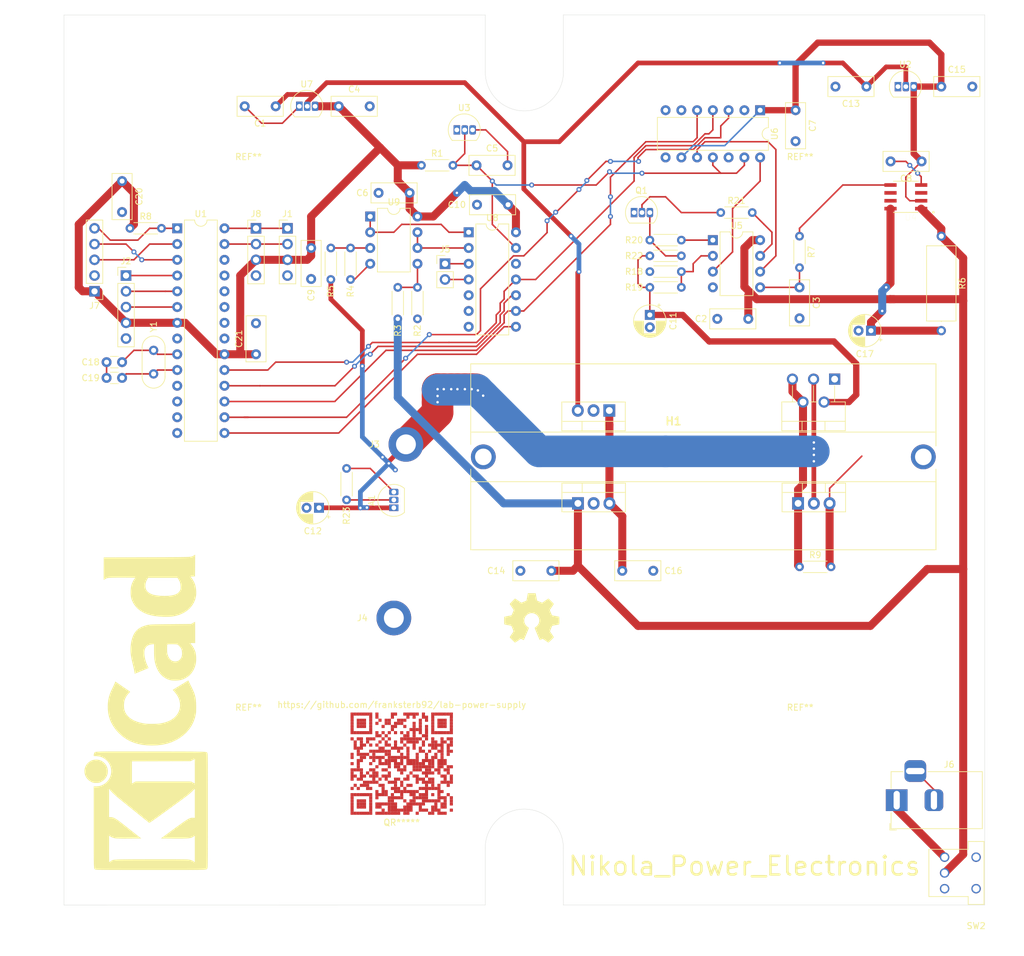
<source format=kicad_pcb>
(kicad_pcb (version 20171130) (host pcbnew "(5.1.6)-1")
  (layers (0 F.Cu signal) (31 B.Cu signal) (34 B.Paste user) (35 F.Paste user) (36 B.SilkS user) (37 F.SilkS user) (38 B.Mask user) (39 F.Mask user) (44 Edge.Cuts user))
  (net 0 "")
  (net 1 GNDA)
  (net 2 "Net-(A1-Pad2)")
  (net 3 /5V)
  (net 4 /Prog+5V)
  (net 5 "Net-(C3-Pad1)")
  (net 6 /VREF)
  (net 7 /max4080)
  (net 8 /Feedback)
  (net 9 VCC)
  (net 10 /to_reg)
  (net 11 /TO_TRAN)
  (net 12 "Net-(C18-Pad1)")
  (net 13 "Net-(C19-Pad1)")
  (net 14 /LCD_SDA)
  (net 15 /LCD_SCL)
  (net 16 /ENC_SW)
  (net 17 /ENC_DT)
  (net 18 /ENC_CLK)
  (net 19 /ADC_4)
  (net 20 /ADC_3)
  (net 21 "Net-(J6-Pad1)")
  (net 22 /TX)
  (net 23 /RX)
  (net 24 /Prog_Reset)
  (net 25 "Net-(Q1-Pad3)")
  (net 26 /ADC_VIN)
  (net 27 /ADC_VOUT)
  (net 28 "Net-(R7-Pad1)")
  (net 29 /TO_REG)
  (net 30 "Net-(R18-Pad1)")
  (net 31 "Net-(R20-Pad2)")
  (net 32 "Net-(R21-Pad2)")
  (net 33 "Net-(SW2-Pad3)")
  (net 34 "Net-(U1-Pad14)")
  (net 35 "Net-(U1-Pad13)")
  (net 36 "Net-(U1-Pad26)")
  (net 37 "Net-(U1-Pad12)")
  (net 38 "Net-(U1-Pad25)")
  (net 39 "Net-(U1-Pad11)")
  (net 40 "Net-(U1-Pad24)")
  (net 41 "Net-(U1-Pad23)")
  (net 42 "Net-(U1-Pad21)")
  (net 43 /CLK)
  (net 44 /MISO)
  (net 45 /MOSI)
  (net 46 /DAC_CS)
  (net 47 /ADC_CS)
  (net 48 "Net-(U3-Pad1)")
  (net 49 /ISETDAC)
  (net 50 /VSETDAC)
  (net 51 "Net-(U6-Pad7)")
  (net 52 "Net-(U6-Pad6)")
  (net 53 "Net-(U6-Pad2)")
  (net 54 "Net-(U8-Pad5)")
  (net 55 "Net-(U8-Pad6)")
  (net 56 "Net-(H1-Pad2)")
  (net 57 "Net-(H1-Pad1)")
  (net 58 /Output)
  (net 59 "Net-(H1-Pad10)")
  (net 60 /Curent_Lim)
  (net 61 /ADC0)
  (net 62 /ADC1)
  (net 63 /SET)
  (net 64 /TO_LT3080)
  (net 65 "Net-(R9-Pad1)")
  (net 66 "Net-(R23-Pad1)")
  (module "My Footprints:QR_Test" (layer F.Cu) (at 142.2 137.12)
    (fp_text reference QR***** (at 0 9.5) (layer F.SilkS))
    (fp_text value https://github.com/franksterb92/lab-power-supply (at 0 -9.5) (layer F.SilkS))
    (pad "" smd rect (at 7 8) (size 0.5 0.5) (layers F.Cu))
    (pad "" smd rect (at 6.5 8) (size 0.5 0.5) (layers F.Cu))
    (pad "" smd rect (at 6 8) (size 0.5 0.5) (layers F.Cu))
    (pad "" smd rect (at 5 8) (size 0.5 0.5) (layers F.Cu))
    (pad "" smd rect (at 4.5 8) (size 0.5 0.5) (layers F.Cu))
    (pad "" smd rect (at 2.5 8) (size 0.5 0.5) (layers F.Cu))
    (pad "" smd rect (at 1 8) (size 0.5 0.5) (layers F.Cu))
    (pad "" smd rect (at 0.5 8) (size 0.5 0.5) (layers F.Cu))
    (pad "" smd rect (at -0.5 8) (size 0.5 0.5) (layers F.Cu))
    (pad "" smd rect (at -1 8) (size 0.5 0.5) (layers F.Cu))
    (pad "" smd rect (at -1.5 8) (size 0.5 0.5) (layers F.Cu))
    (pad "" smd rect (at -2 8) (size 0.5 0.5) (layers F.Cu))
    (pad "" smd rect (at -2.5 8) (size 0.5 0.5) (layers F.Cu))
    (pad "" smd rect (at -3 8) (size 0.5 0.5) (layers F.Cu))
    (pad "" smd rect (at -3.5 8) (size 0.5 0.5) (layers F.Cu))
    (pad "" smd rect (at -4 8) (size 0.5 0.5) (layers F.Cu))
    (pad "" smd rect (at -5 8) (size 0.5 0.5) (layers F.Cu))
    (pad "" smd rect (at -5.5 8) (size 0.5 0.5) (layers F.Cu))
    (pad "" smd rect (at -6 8) (size 0.5 0.5) (layers F.Cu))
    (pad "" smd rect (at -6.5 8) (size 0.5 0.5) (layers F.Cu))
    (pad "" smd rect (at -7 8) (size 0.5 0.5) (layers F.Cu))
    (pad "" smd rect (at -7.5 8) (size 0.5 0.5) (layers F.Cu))
    (pad "" smd rect (at -8 8) (size 0.5 0.5) (layers F.Cu))
    (pad "" smd rect (at 8 7.5) (size 0.5 0.5) (layers F.Cu))
    (pad "" smd rect (at 6 7.5) (size 0.5 0.5) (layers F.Cu))
    (pad "" smd rect (at 5.5 7.5) (size 0.5 0.5) (layers F.Cu))
    (pad "" smd rect (at 5 7.5) (size 0.5 0.5) (layers F.Cu))
    (pad "" smd rect (at 4 7.5) (size 0.5 0.5) (layers F.Cu))
    (pad "" smd rect (at 3.5 7.5) (size 0.5 0.5) (layers F.Cu))
    (pad "" smd rect (at 3 7.5) (size 0.5 0.5) (layers F.Cu))
    (pad "" smd rect (at 1.5 7.5) (size 0.5 0.5) (layers F.Cu))
    (pad "" smd rect (at 1 7.5) (size 0.5 0.5) (layers F.Cu))
    (pad "" smd rect (at 0.5 7.5) (size 0.5 0.5) (layers F.Cu))
    (pad "" smd rect (at 0 7.5) (size 0.5 0.5) (layers F.Cu))
    (pad "" smd rect (at -0.5 7.5) (size 0.5 0.5) (layers F.Cu))
    (pad "" smd rect (at -1 7.5) (size 0.5 0.5) (layers F.Cu))
    (pad "" smd rect (at -1.5 7.5) (size 0.5 0.5) (layers F.Cu))
    (pad "" smd rect (at -2 7.5) (size 0.5 0.5) (layers F.Cu))
    (pad "" smd rect (at -3 7.5) (size 0.5 0.5) (layers F.Cu))
    (pad "" smd rect (at -5 7.5) (size 0.5 0.5) (layers F.Cu))
    (pad "" smd rect (at -8 7.5) (size 0.5 0.5) (layers F.Cu))
    (pad "" smd rect (at 7 7) (size 0.5 0.5) (layers F.Cu))
    (pad "" smd rect (at 6.5 7) (size 0.5 0.5) (layers F.Cu))
    (pad "" smd rect (at 5.5 7) (size 0.5 0.5) (layers F.Cu))
    (pad "" smd rect (at 5 7) (size 0.5 0.5) (layers F.Cu))
    (pad "" smd rect (at 3 7) (size 0.5 0.5) (layers F.Cu))
    (pad "" smd rect (at 1.5 7) (size 0.5 0.5) (layers F.Cu))
    (pad "" smd rect (at 1 7) (size 0.5 0.5) (layers F.Cu))
    (pad "" smd rect (at 0.5 7) (size 0.5 0.5) (layers F.Cu))
    (pad "" smd rect (at -1 7) (size 0.5 0.5) (layers F.Cu))
    (pad "" smd rect (at -1.5 7) (size 0.5 0.5) (layers F.Cu))
    (pad "" smd rect (at -2 7) (size 0.5 0.5) (layers F.Cu))
    (pad "" smd rect (at -3.5 7) (size 0.5 0.5) (layers F.Cu))
    (pad "" smd rect (at -4 7) (size 0.5 0.5) (layers F.Cu))
    (pad "" smd rect (at -5 7) (size 0.5 0.5) (layers F.Cu))
    (pad "" smd rect (at -6 7) (size 0.5 0.5) (layers F.Cu))
    (pad "" smd rect (at -6.5 7) (size 0.5 0.5) (layers F.Cu))
    (pad "" smd rect (at -7 7) (size 0.5 0.5) (layers F.Cu))
    (pad "" smd rect (at -8 7) (size 0.5 0.5) (layers F.Cu))
    (pad "" smd rect (at 8 6.5) (size 0.5 0.5) (layers F.Cu))
    (pad "" smd rect (at 7 6.5) (size 0.5 0.5) (layers F.Cu))
    (pad "" smd rect (at 6.5 6.5) (size 0.5 0.5) (layers F.Cu))
    (pad "" smd rect (at 5.5 6.5) (size 0.5 0.5) (layers F.Cu))
    (pad "" smd rect (at 3.5 6.5) (size 0.5 0.5) (layers F.Cu))
    (pad "" smd rect (at 3 6.5) (size 0.5 0.5) (layers F.Cu))
    (pad "" smd rect (at 2.5 6.5) (size 0.5 0.5) (layers F.Cu))
    (pad "" smd rect (at 2 6.5) (size 0.5 0.5) (layers F.Cu))
    (pad "" smd rect (at 1.5 6.5) (size 0.5 0.5) (layers F.Cu))
    (pad "" smd rect (at 1 6.5) (size 0.5 0.5) (layers F.Cu))
    (pad "" smd rect (at -1 6.5) (size 0.5 0.5) (layers F.Cu))
    (pad "" smd rect (at -1.5 6.5) (size 0.5 0.5) (layers F.Cu))
    (pad "" smd rect (at -2 6.5) (size 0.5 0.5) (layers F.Cu))
    (pad "" smd rect (at -2.5 6.5) (size 0.5 0.5) (layers F.Cu))
    (pad "" smd rect (at -3 6.5) (size 0.5 0.5) (layers F.Cu))
    (pad "" smd rect (at -3.5 6.5) (size 0.5 0.5) (layers F.Cu))
    (pad "" smd rect (at -4 6.5) (size 0.5 0.5) (layers F.Cu))
    (pad "" smd rect (at -5 6.5) (size 0.5 0.5) (layers F.Cu))
    (pad "" smd rect (at -6 6.5) (size 0.5 0.5) (layers F.Cu))
    (pad "" smd rect (at -6.5 6.5) (size 0.5 0.5) (layers F.Cu))
    (pad "" smd rect (at -7 6.5) (size 0.5 0.5) (layers F.Cu))
    (pad "" smd rect (at -8 6.5) (size 0.5 0.5) (layers F.Cu))
    (pad "" smd rect (at 8 6) (size 0.5 0.5) (layers F.Cu))
    (pad "" smd rect (at 7 6) (size 0.5 0.5) (layers F.Cu))
    (pad "" smd rect (at 6 6) (size 0.5 0.5) (layers F.Cu))
    (pad "" smd rect (at 5.5 6) (size 0.5 0.5) (layers F.Cu))
    (pad "" smd rect (at 5 6) (size 0.5 0.5) (layers F.Cu))
    (pad "" smd rect (at 4.5 6) (size 0.5 0.5) (layers F.Cu))
    (pad "" smd rect (at 4 6) (size 0.5 0.5) (layers F.Cu))
    (pad "" smd rect (at 3.5 6) (size 0.5 0.5) (layers F.Cu))
    (pad "" smd rect (at 2 6) (size 0.5 0.5) (layers F.Cu))
    (pad "" smd rect (at 1.5 6) (size 0.5 0.5) (layers F.Cu))
    (pad "" smd rect (at 0.5 6) (size 0.5 0.5) (layers F.Cu))
    (pad "" smd rect (at -1.5 6) (size 0.5 0.5) (layers F.Cu))
    (pad "" smd rect (at -2 6) (size 0.5 0.5) (layers F.Cu))
    (pad "" smd rect (at -5 6) (size 0.5 0.5) (layers F.Cu))
    (pad "" smd rect (at -6 6) (size 0.5 0.5) (layers F.Cu))
    (pad "" smd rect (at -6.5 6) (size 0.5 0.5) (layers F.Cu))
    (pad "" smd rect (at -7 6) (size 0.5 0.5) (layers F.Cu))
    (pad "" smd rect (at -8 6) (size 0.5 0.5) (layers F.Cu))
    (pad "" smd rect (at 8 5.5) (size 0.5 0.5) (layers F.Cu))
    (pad "" smd rect (at 7 5.5) (size 0.5 0.5) (layers F.Cu))
    (pad "" smd rect (at 6.5 5.5) (size 0.5 0.5) (layers F.Cu))
    (pad "" smd rect (at 6 5.5) (size 0.5 0.5) (layers F.Cu))
    (pad "" smd rect (at 4 5.5) (size 0.5 0.5) (layers F.Cu))
    (pad "" smd rect (at 3.5 5.5) (size 0.5 0.5) (layers F.Cu))
    (pad "" smd rect (at 3 5.5) (size 0.5 0.5) (layers F.Cu))
    (pad "" smd rect (at 2.5 5.5) (size 0.5 0.5) (layers F.Cu))
    (pad "" smd rect (at 2 5.5) (size 0.5 0.5) (layers F.Cu))
    (pad "" smd rect (at 0 5.5) (size 0.5 0.5) (layers F.Cu))
    (pad "" smd rect (at -0.5 5.5) (size 0.5 0.5) (layers F.Cu))
    (pad "" smd rect (at -1 5.5) (size 0.5 0.5) (layers F.Cu))
    (pad "" smd rect (at -1.5 5.5) (size 0.5 0.5) (layers F.Cu))
    (pad "" smd rect (at -2 5.5) (size 0.5 0.5) (layers F.Cu))
    (pad "" smd rect (at -4 5.5) (size 0.5 0.5) (layers F.Cu))
    (pad "" smd rect (at -5 5.5) (size 0.5 0.5) (layers F.Cu))
    (pad "" smd rect (at -8 5.5) (size 0.5 0.5) (layers F.Cu))
    (pad "" smd rect (at 7.5 5) (size 0.5 0.5) (layers F.Cu))
    (pad "" smd rect (at 6 5) (size 0.5 0.5) (layers F.Cu))
    (pad "" smd rect (at 5 5) (size 0.5 0.5) (layers F.Cu))
    (pad "" smd rect (at 4 5) (size 0.5 0.5) (layers F.Cu))
    (pad "" smd rect (at 3.5 5) (size 0.5 0.5) (layers F.Cu))
    (pad "" smd rect (at 3 5) (size 0.5 0.5) (layers F.Cu))
    (pad "" smd rect (at 2 5) (size 0.5 0.5) (layers F.Cu))
    (pad "" smd rect (at 1.5 5) (size 0.5 0.5) (layers F.Cu))
    (pad "" smd rect (at 0 5) (size 0.5 0.5) (layers F.Cu))
    (pad "" smd rect (at -1.5 5) (size 0.5 0.5) (layers F.Cu))
    (pad "" smd rect (at -2.5 5) (size 0.5 0.5) (layers F.Cu))
    (pad "" smd rect (at -3 5) (size 0.5 0.5) (layers F.Cu))
    (pad "" smd rect (at -3.5 5) (size 0.5 0.5) (layers F.Cu))
    (pad "" smd rect (at -4 5) (size 0.5 0.5) (layers F.Cu))
    (pad "" smd rect (at -5 5) (size 0.5 0.5) (layers F.Cu))
    (pad "" smd rect (at -5.5 5) (size 0.5 0.5) (layers F.Cu))
    (pad "" smd rect (at -6 5) (size 0.5 0.5) (layers F.Cu))
    (pad "" smd rect (at -6.5 5) (size 0.5 0.5) (layers F.Cu))
    (pad "" smd rect (at -7 5) (size 0.5 0.5) (layers F.Cu))
    (pad "" smd rect (at -7.5 5) (size 0.5 0.5) (layers F.Cu))
    (pad "" smd rect (at -8 5) (size 0.5 0.5) (layers F.Cu))
    (pad "" smd rect (at 6.5 4.5) (size 0.5 0.5) (layers F.Cu))
    (pad "" smd rect (at 6 4.5) (size 0.5 0.5) (layers F.Cu))
    (pad "" smd rect (at 4 4.5) (size 0.5 0.5) (layers F.Cu))
    (pad "" smd rect (at 2.5 4.5) (size 0.5 0.5) (layers F.Cu))
    (pad "" smd rect (at 2 4.5) (size 0.5 0.5) (layers F.Cu))
    (pad "" smd rect (at 1.5 4.5) (size 0.5 0.5) (layers F.Cu))
    (pad "" smd rect (at 1 4.5) (size 0.5 0.5) (layers F.Cu))
    (pad "" smd rect (at 0.5 4.5) (size 0.5 0.5) (layers F.Cu))
    (pad "" smd rect (at 0 4.5) (size 0.5 0.5) (layers F.Cu))
    (pad "" smd rect (at -0.5 4.5) (size 0.5 0.5) (layers F.Cu))
    (pad "" smd rect (at -1 4.5) (size 0.5 0.5) (layers F.Cu))
    (pad "" smd rect (at -2.5 4.5) (size 0.5 0.5) (layers F.Cu))
    (pad "" smd rect (at -3 4.5) (size 0.5 0.5) (layers F.Cu))
    (pad "" smd rect (at -4 4.5) (size 0.5 0.5) (layers F.Cu))
    (pad "" smd rect (at 6 4) (size 0.5 0.5) (layers F.Cu))
    (pad "" smd rect (at 5.5 4) (size 0.5 0.5) (layers F.Cu))
    (pad "" smd rect (at 5 4) (size 0.5 0.5) (layers F.Cu))
    (pad "" smd rect (at 4.5 4) (size 0.5 0.5) (layers F.Cu))
    (pad "" smd rect (at 4 4) (size 0.5 0.5) (layers F.Cu))
    (pad "" smd rect (at 3.5 4) (size 0.5 0.5) (layers F.Cu))
    (pad "" smd rect (at 3 4) (size 0.5 0.5) (layers F.Cu))
    (pad "" smd rect (at 0.5 4) (size 0.5 0.5) (layers F.Cu))
    (pad "" smd rect (at -0.5 4) (size 0.5 0.5) (layers F.Cu))
    (pad "" smd rect (at -1 4) (size 0.5 0.5) (layers F.Cu))
    (pad "" smd rect (at -1.5 4) (size 0.5 0.5) (layers F.Cu))
    (pad "" smd rect (at -3 4) (size 0.5 0.5) (layers F.Cu))
    (pad "" smd rect (at -5 4) (size 0.5 0.5) (layers F.Cu))
    (pad "" smd rect (at -5.5 4) (size 0.5 0.5) (layers F.Cu))
    (pad "" smd rect (at -7 4) (size 0.5 0.5) (layers F.Cu))
    (pad "" smd rect (at -8 4) (size 0.5 0.5) (layers F.Cu))
    (pad "" smd rect (at 7.5 3.5) (size 0.5 0.5) (layers F.Cu))
    (pad "" smd rect (at 6 3.5) (size 0.5 0.5) (layers F.Cu))
    (pad "" smd rect (at 5 3.5) (size 0.5 0.5) (layers F.Cu))
    (pad "" smd rect (at 4 3.5) (size 0.5 0.5) (layers F.Cu))
    (pad "" smd rect (at 1.5 3.5) (size 0.5 0.5) (layers F.Cu))
    (pad "" smd rect (at 1 3.5) (size 0.5 0.5) (layers F.Cu))
    (pad "" smd rect (at 0 3.5) (size 0.5 0.5) (layers F.Cu))
    (pad "" smd rect (at -1 3.5) (size 0.5 0.5) (layers F.Cu))
    (pad "" smd rect (at -3 3.5) (size 0.5 0.5) (layers F.Cu))
    (pad "" smd rect (at -3.5 3.5) (size 0.5 0.5) (layers F.Cu))
    (pad "" smd rect (at -5.5 3.5) (size 0.5 0.5) (layers F.Cu))
    (pad "" smd rect (at -6 3.5) (size 0.5 0.5) (layers F.Cu))
    (pad "" smd rect (at -6.5 3.5) (size 0.5 0.5) (layers F.Cu))
    (pad "" smd rect (at -7.5 3.5) (size 0.5 0.5) (layers F.Cu))
    (pad "" smd rect (at 8 3) (size 0.5 0.5) (layers F.Cu))
    (pad "" smd rect (at 7.5 3) (size 0.5 0.5) (layers F.Cu))
    (pad "" smd rect (at 7 3) (size 0.5 0.5) (layers F.Cu))
    (pad "" smd rect (at 6.5 3) (size 0.5 0.5) (layers F.Cu))
    (pad "" smd rect (at 5 3) (size 0.5 0.5) (layers F.Cu))
    (pad "" smd rect (at 4.5 3) (size 0.5 0.5) (layers F.Cu))
    (pad "" smd rect (at 4 3) (size 0.5 0.5) (layers F.Cu))
    (pad "" smd rect (at 3.5 3) (size 0.5 0.5) (layers F.Cu))
    (pad "" smd rect (at 2.5 3) (size 0.5 0.5) (layers F.Cu))
    (pad "" smd rect (at 0 3) (size 0.5 0.5) (layers F.Cu))
    (pad "" smd rect (at -1 3) (size 0.5 0.5) (layers F.Cu))
    (pad "" smd rect (at -1.5 3) (size 0.5 0.5) (layers F.Cu))
    (pad "" smd rect (at -2 3) (size 0.5 0.5) (layers F.Cu))
    (pad "" smd rect (at -4 3) (size 0.5 0.5) (layers F.Cu))
    (pad "" smd rect (at -4.5 3) (size 0.5 0.5) (layers F.Cu))
    (pad "" smd rect (at -5 3) (size 0.5 0.5) (layers F.Cu))
    (pad "" smd rect (at -5.5 3) (size 0.5 0.5) (layers F.Cu))
    (pad "" smd rect (at -6 3) (size 0.5 0.5) (layers F.Cu))
    (pad "" smd rect (at 8 2.5) (size 0.5 0.5) (layers F.Cu))
    (pad "" smd rect (at 7 2.5) (size 0.5 0.5) (layers F.Cu))
    (pad "" smd rect (at 5 2.5) (size 0.5 0.5) (layers F.Cu))
    (pad "" smd rect (at 4.5 2.5) (size 0.5 0.5) (layers F.Cu))
    (pad "" smd rect (at 3.5 2.5) (size 0.5 0.5) (layers F.Cu))
    (pad "" smd rect (at 3 2.5) (size 0.5 0.5) (layers F.Cu))
    (pad "" smd rect (at 2.5 2.5) (size 0.5 0.5) (layers F.Cu))
    (pad "" smd rect (at 1 2.5) (size 0.5 0.5) (layers F.Cu))
    (pad "" smd rect (at 0.5 2.5) (size 0.5 0.5) (layers F.Cu))
    (pad "" smd rect (at -0.5 2.5) (size 0.5 0.5) (layers F.Cu))
    (pad "" smd rect (at -1 2.5) (size 0.5 0.5) (layers F.Cu))
    (pad "" smd rect (at -2.5 2.5) (size 0.5 0.5) (layers F.Cu))
    (pad "" smd rect (at -3.5 2.5) (size 0.5 0.5) (layers F.Cu))
    (pad "" smd rect (at -4.5 2.5) (size 0.5 0.5) (layers F.Cu))
    (pad "" smd rect (at -6.5 2.5) (size 0.5 0.5) (layers F.Cu))
    (pad "" smd rect (at -7 2.5) (size 0.5 0.5) (layers F.Cu))
    (pad "" smd rect (at -8 2.5) (size 0.5 0.5) (layers F.Cu))
    (pad "" smd rect (at 8 2) (size 0.5 0.5) (layers F.Cu))
    (pad "" smd rect (at 7 2) (size 0.5 0.5) (layers F.Cu))
    (pad "" smd rect (at 6.5 2) (size 0.5 0.5) (layers F.Cu))
    (pad "" smd rect (at 4 2) (size 0.5 0.5) (layers F.Cu))
    (pad "" smd rect (at 2.5 2) (size 0.5 0.5) (layers F.Cu))
    (pad "" smd rect (at 2 2) (size 0.5 0.5) (layers F.Cu))
    (pad "" smd rect (at 1 2) (size 0.5 0.5) (layers F.Cu))
    (pad "" smd rect (at -2 2) (size 0.5 0.5) (layers F.Cu))
    (pad "" smd rect (at -2.5 2) (size 0.5 0.5) (layers F.Cu))
    (pad "" smd rect (at -3 2) (size 0.5 0.5) (layers F.Cu))
    (pad "" smd rect (at -4 2) (size 0.5 0.5) (layers F.Cu))
    (pad "" smd rect (at -4.5 2) (size 0.5 0.5) (layers F.Cu))
    (pad "" smd rect (at -5 2) (size 0.5 0.5) (layers F.Cu))
    (pad "" smd rect (at -6 2) (size 0.5 0.5) (layers F.Cu))
    (pad "" smd rect (at -6.5 2) (size 0.5 0.5) (layers F.Cu))
    (pad "" smd rect (at -7.5 2) (size 0.5 0.5) (layers F.Cu))
    (pad "" smd rect (at -8 2) (size 0.5 0.5) (layers F.Cu))
    (pad "" smd rect (at 7.5 1.5) (size 0.5 0.5) (layers F.Cu))
    (pad "" smd rect (at 6 1.5) (size 0.5 0.5) (layers F.Cu))
    (pad "" smd rect (at 5 1.5) (size 0.5 0.5) (layers F.Cu))
    (pad "" smd rect (at 4.5 1.5) (size 0.5 0.5) (layers F.Cu))
    (pad "" smd rect (at 4 1.5) (size 0.5 0.5) (layers F.Cu))
    (pad "" smd rect (at 3.5 1.5) (size 0.5 0.5) (layers F.Cu))
    (pad "" smd rect (at 1.5 1.5) (size 0.5 0.5) (layers F.Cu))
    (pad "" smd rect (at 0 1.5) (size 0.5 0.5) (layers F.Cu))
    (pad "" smd rect (at -2 1.5) (size 0.5 0.5) (layers F.Cu))
    (pad "" smd rect (at -4 1.5) (size 0.5 0.5) (layers F.Cu))
    (pad "" smd rect (at -4.5 1.5) (size 0.5 0.5) (layers F.Cu))
    (pad "" smd rect (at -5.5 1.5) (size 0.5 0.5) (layers F.Cu))
    (pad "" smd rect (at -6.5 1.5) (size 0.5 0.5) (layers F.Cu))
    (pad "" smd rect (at -8 1.5) (size 0.5 0.5) (layers F.Cu))
    (pad "" smd rect (at 7.5 1) (size 0.5 0.5) (layers F.Cu))
    (pad "" smd rect (at 7 1) (size 0.5 0.5) (layers F.Cu))
    (pad "" smd rect (at 6 1) (size 0.5 0.5) (layers F.Cu))
    (pad "" smd rect (at 5.5 1) (size 0.5 0.5) (layers F.Cu))
    (pad "" smd rect (at 4.5 1) (size 0.5 0.5) (layers F.Cu))
    (pad "" smd rect (at 4 1) (size 0.5 0.5) (layers F.Cu))
    (pad "" smd rect (at 3 1) (size 0.5 0.5) (layers F.Cu))
    (pad "" smd rect (at 2.5 1) (size 0.5 0.5) (layers F.Cu))
    (pad "" smd rect (at 2 1) (size 0.5 0.5) (layers F.Cu))
    (pad "" smd rect (at 0.5 1) (size 0.5 0.5) (layers F.Cu))
    (pad "" smd rect (at 0 1) (size 0.5 0.5) (layers F.Cu))
    (pad "" smd rect (at -0.5 1) (size 0.5 0.5) (layers F.Cu))
    (pad "" smd rect (at -2.5 1) (size 0.5 0.5) (layers F.Cu))
    (pad "" smd rect (at -3 1) (size 0.5 0.5) (layers F.Cu))
    (pad "" smd rect (at -4.5 1) (size 0.5 0.5) (layers F.Cu))
    (pad "" smd rect (at -5 1) (size 0.5 0.5) (layers F.Cu))
    (pad "" smd rect (at -6.5 1) (size 0.5 0.5) (layers F.Cu))
    (pad "" smd rect (at -7 1) (size 0.5 0.5) (layers F.Cu))
    (pad "" smd rect (at -7.5 1) (size 0.5 0.5) (layers F.Cu))
    (pad "" smd rect (at -8 1) (size 0.5 0.5) (layers F.Cu))
    (pad "" smd rect (at 8 0.5) (size 0.5 0.5) (layers F.Cu))
    (pad "" smd rect (at 7.5 0.5) (size 0.5 0.5) (layers F.Cu))
    (pad "" smd rect (at 6.5 0.5) (size 0.5 0.5) (layers F.Cu))
    (pad "" smd rect (at 6 0.5) (size 0.5 0.5) (layers F.Cu))
    (pad "" smd rect (at 5 0.5) (size 0.5 0.5) (layers F.Cu))
    (pad "" smd rect (at 4.5 0.5) (size 0.5 0.5) (layers F.Cu))
    (pad "" smd rect (at 4 0.5) (size 0.5 0.5) (layers F.Cu))
    (pad "" smd rect (at 3.5 0.5) (size 0.5 0.5) (layers F.Cu))
    (pad "" smd rect (at 3 0.5) (size 0.5 0.5) (layers F.Cu))
    (pad "" smd rect (at 2.5 0.5) (size 0.5 0.5) (layers F.Cu))
    (pad "" smd rect (at 2 0.5) (size 0.5 0.5) (layers F.Cu))
    (pad "" smd rect (at 0.5 0.5) (size 0.5 0.5) (layers F.Cu))
    (pad "" smd rect (at -0.5 0.5) (size 0.5 0.5) (layers F.Cu))
    (pad "" smd rect (at -1 0.5) (size 0.5 0.5) (layers F.Cu))
    (pad "" smd rect (at -2 0.5) (size 0.5 0.5) (layers F.Cu))
    (pad "" smd rect (at -4 0.5) (size 0.5 0.5) (layers F.Cu))
    (pad "" smd rect (at -7 0.5) (size 0.5 0.5) (layers F.Cu))
    (pad "" smd rect (at 7 0) (size 0.5 0.5) (layers F.Cu))
    (pad "" smd rect (at 6.5 0) (size 0.5 0.5) (layers F.Cu))
    (pad "" smd rect (at 6 0) (size 0.5 0.5) (layers F.Cu))
    (pad "" smd rect (at 5 0) (size 0.5 0.5) (layers F.Cu))
    (pad "" smd rect (at 4.5 0) (size 0.5 0.5) (layers F.Cu))
    (pad "" smd rect (at 3.5 0) (size 0.5 0.5) (layers F.Cu))
    (pad "" smd rect (at 3 0) (size 0.5 0.5) (layers F.Cu))
    (pad "" smd rect (at 2.5 0) (size 0.5 0.5) (layers F.Cu))
    (pad "" smd rect (at 2 0) (size 0.5 0.5) (layers F.Cu))
    (pad "" smd rect (at 1.5 0) (size 0.5 0.5) (layers F.Cu))
    (pad "" smd rect (at 1 0) (size 0.5 0.5) (layers F.Cu))
    (pad "" smd rect (at 0 0) (size 0.5 0.5) (layers F.Cu))
    (pad "" smd rect (at -0.5 0) (size 0.5 0.5) (layers F.Cu))
    (pad "" smd rect (at -1 0) (size 0.5 0.5) (layers F.Cu))
    (pad "" smd rect (at -2 0) (size 0.5 0.5) (layers F.Cu))
    (pad "" smd rect (at -2.5 0) (size 0.5 0.5) (layers F.Cu))
    (pad "" smd rect (at -3 0) (size 0.5 0.5) (layers F.Cu))
    (pad "" smd rect (at -3.5 0) (size 0.5 0.5) (layers F.Cu))
    (pad "" smd rect (at -5 0) (size 0.5 0.5) (layers F.Cu))
    (pad "" smd rect (at -7 0) (size 0.5 0.5) (layers F.Cu))
    (pad "" smd rect (at -8 0) (size 0.5 0.5) (layers F.Cu))
    (pad "" smd rect (at 7 -0.5) (size 0.5 0.5) (layers F.Cu))
    (pad "" smd rect (at 6.5 -0.5) (size 0.5 0.5) (layers F.Cu))
    (pad "" smd rect (at 6 -0.5) (size 0.5 0.5) (layers F.Cu))
    (pad "" smd rect (at 5 -0.5) (size 0.5 0.5) (layers F.Cu))
    (pad "" smd rect (at 4.5 -0.5) (size 0.5 0.5) (layers F.Cu))
    (pad "" smd rect (at 4 -0.5) (size 0.5 0.5) (layers F.Cu))
    (pad "" smd rect (at 3.5 -0.5) (size 0.5 0.5) (layers F.Cu))
    (pad "" smd rect (at 2.5 -0.5) (size 0.5 0.5) (layers F.Cu))
    (pad "" smd rect (at 2 -0.5) (size 0.5 0.5) (layers F.Cu))
    (pad "" smd rect (at 1.5 -0.5) (size 0.5 0.5) (layers F.Cu))
    (pad "" smd rect (at 1 -0.5) (size 0.5 0.5) (layers F.Cu))
    (pad "" smd rect (at 0 -0.5) (size 0.5 0.5) (layers F.Cu))
    (pad "" smd rect (at -1 -0.5) (size 0.5 0.5) (layers F.Cu))
    (pad "" smd rect (at -1.5 -0.5) (size 0.5 0.5) (layers F.Cu))
    (pad "" smd rect (at -2 -0.5) (size 0.5 0.5) (layers F.Cu))
    (pad "" smd rect (at -2.5 -0.5) (size 0.5 0.5) (layers F.Cu))
    (pad "" smd rect (at -3.5 -0.5) (size 0.5 0.5) (layers F.Cu))
    (pad "" smd rect (at -4.5 -0.5) (size 0.5 0.5) (layers F.Cu))
    (pad "" smd rect (at -6.5 -0.5) (size 0.5 0.5) (layers F.Cu))
    (pad "" smd rect (at -7 -0.5) (size 0.5 0.5) (layers F.Cu))
    (pad "" smd rect (at 6.5 -1) (size 0.5 0.5) (layers F.Cu))
    (pad "" smd rect (at 5.5 -1) (size 0.5 0.5) (layers F.Cu))
    (pad "" smd rect (at 5 -1) (size 0.5 0.5) (layers F.Cu))
    (pad "" smd rect (at 4 -1) (size 0.5 0.5) (layers F.Cu))
    (pad "" smd rect (at 2.5 -1) (size 0.5 0.5) (layers F.Cu))
    (pad "" smd rect (at 1 -1) (size 0.5 0.5) (layers F.Cu))
    (pad "" smd rect (at 0.5 -1) (size 0.5 0.5) (layers F.Cu))
    (pad "" smd rect (at 0 -1) (size 0.5 0.5) (layers F.Cu))
    (pad "" smd rect (at -0.5 -1) (size 0.5 0.5) (layers F.Cu))
    (pad "" smd rect (at -1 -1) (size 0.5 0.5) (layers F.Cu))
    (pad "" smd rect (at -1.5 -1) (size 0.5 0.5) (layers F.Cu))
    (pad "" smd rect (at -2 -1) (size 0.5 0.5) (layers F.Cu))
    (pad "" smd rect (at -3 -1) (size 0.5 0.5) (layers F.Cu))
    (pad "" smd rect (at -3.5 -1) (size 0.5 0.5) (layers F.Cu))
    (pad "" smd rect (at -4 -1) (size 0.5 0.5) (layers F.Cu))
    (pad "" smd rect (at -4.5 -1) (size 0.5 0.5) (layers F.Cu))
    (pad "" smd rect (at -5 -1) (size 0.5 0.5) (layers F.Cu))
    (pad "" smd rect (at -6 -1) (size 0.5 0.5) (layers F.Cu))
    (pad "" smd rect (at -6.5 -1) (size 0.5 0.5) (layers F.Cu))
    (pad "" smd rect (at -8 -1) (size 0.5 0.5) (layers F.Cu))
    (pad "" smd rect (at 7.5 -1.5) (size 0.5 0.5) (layers F.Cu))
    (pad "" smd rect (at 6.5 -1.5) (size 0.5 0.5) (layers F.Cu))
    (pad "" smd rect (at 5.5 -1.5) (size 0.5 0.5) (layers F.Cu))
    (pad "" smd rect (at 4 -1.5) (size 0.5 0.5) (layers F.Cu))
    (pad "" smd rect (at 2.5 -1.5) (size 0.5 0.5) (layers F.Cu))
    (pad "" smd rect (at 1 -1.5) (size 0.5 0.5) (layers F.Cu))
    (pad "" smd rect (at 0 -1.5) (size 0.5 0.5) (layers F.Cu))
    (pad "" smd rect (at -2 -1.5) (size 0.5 0.5) (layers F.Cu))
    (pad "" smd rect (at -2.5 -1.5) (size 0.5 0.5) (layers F.Cu))
    (pad "" smd rect (at -4.5 -1.5) (size 0.5 0.5) (layers F.Cu))
    (pad "" smd rect (at -5.5 -1.5) (size 0.5 0.5) (layers F.Cu))
    (pad "" smd rect (at -6 -1.5) (size 0.5 0.5) (layers F.Cu))
    (pad "" smd rect (at -6.5 -1.5) (size 0.5 0.5) (layers F.Cu))
    (pad "" smd rect (at -7 -1.5) (size 0.5 0.5) (layers F.Cu))
    (pad "" smd rect (at -8 -1.5) (size 0.5 0.5) (layers F.Cu))
    (pad "" smd rect (at 8 -2) (size 0.5 0.5) (layers F.Cu))
    (pad "" smd rect (at 7.5 -2) (size 0.5 0.5) (layers F.Cu))
    (pad "" smd rect (at 6.5 -2) (size 0.5 0.5) (layers F.Cu))
    (pad "" smd rect (at 6 -2) (size 0.5 0.5) (layers F.Cu))
    (pad "" smd rect (at 4.5 -2) (size 0.5 0.5) (layers F.Cu))
    (pad "" smd rect (at 3.5 -2) (size 0.5 0.5) (layers F.Cu))
    (pad "" smd rect (at 3 -2) (size 0.5 0.5) (layers F.Cu))
    (pad "" smd rect (at 1 -2) (size 0.5 0.5) (layers F.Cu))
    (pad "" smd rect (at -0.5 -2) (size 0.5 0.5) (layers F.Cu))
    (pad "" smd rect (at -2 -2) (size 0.5 0.5) (layers F.Cu))
    (pad "" smd rect (at -2.5 -2) (size 0.5 0.5) (layers F.Cu))
    (pad "" smd rect (at -3 -2) (size 0.5 0.5) (layers F.Cu))
    (pad "" smd rect (at -3.5 -2) (size 0.5 0.5) (layers F.Cu))
    (pad "" smd rect (at -4 -2) (size 0.5 0.5) (layers F.Cu))
    (pad "" smd rect (at -4.5 -2) (size 0.5 0.5) (layers F.Cu))
    (pad "" smd rect (at -5 -2) (size 0.5 0.5) (layers F.Cu))
    (pad "" smd rect (at -7 -2) (size 0.5 0.5) (layers F.Cu))
    (pad "" smd rect (at 7.5 -2.5) (size 0.5 0.5) (layers F.Cu))
    (pad "" smd rect (at 6.5 -2.5) (size 0.5 0.5) (layers F.Cu))
    (pad "" smd rect (at 5.5 -2.5) (size 0.5 0.5) (layers F.Cu))
    (pad "" smd rect (at 5 -2.5) (size 0.5 0.5) (layers F.Cu))
    (pad "" smd rect (at 3 -2.5) (size 0.5 0.5) (layers F.Cu))
    (pad "" smd rect (at 2 -2.5) (size 0.5 0.5) (layers F.Cu))
    (pad "" smd rect (at 1 -2.5) (size 0.5 0.5) (layers F.Cu))
    (pad "" smd rect (at 0 -2.5) (size 0.5 0.5) (layers F.Cu))
    (pad "" smd rect (at -0.5 -2.5) (size 0.5 0.5) (layers F.Cu))
    (pad "" smd rect (at -1 -2.5) (size 0.5 0.5) (layers F.Cu))
    (pad "" smd rect (at -1.5 -2.5) (size 0.5 0.5) (layers F.Cu))
    (pad "" smd rect (at -3 -2.5) (size 0.5 0.5) (layers F.Cu))
    (pad "" smd rect (at -3.5 -2.5) (size 0.5 0.5) (layers F.Cu))
    (pad "" smd rect (at -6.5 -2.5) (size 0.5 0.5) (layers F.Cu))
    (pad "" smd rect (at -7 -2.5) (size 0.5 0.5) (layers F.Cu))
    (pad "" smd rect (at -7.5 -2.5) (size 0.5 0.5) (layers F.Cu))
    (pad "" smd rect (at 8 -3) (size 0.5 0.5) (layers F.Cu))
    (pad "" smd rect (at 7.5 -3) (size 0.5 0.5) (layers F.Cu))
    (pad "" smd rect (at 6.5 -3) (size 0.5 0.5) (layers F.Cu))
    (pad "" smd rect (at 6 -3) (size 0.5 0.5) (layers F.Cu))
    (pad "" smd rect (at 5.5 -3) (size 0.5 0.5) (layers F.Cu))
    (pad "" smd rect (at 5 -3) (size 0.5 0.5) (layers F.Cu))
    (pad "" smd rect (at 4.5 -3) (size 0.5 0.5) (layers F.Cu))
    (pad "" smd rect (at 3.5 -3) (size 0.5 0.5) (layers F.Cu))
    (pad "" smd rect (at 2 -3) (size 0.5 0.5) (layers F.Cu))
    (pad "" smd rect (at 0.5 -3) (size 0.5 0.5) (layers F.Cu))
    (pad "" smd rect (at -1 -3) (size 0.5 0.5) (layers F.Cu))
    (pad "" smd rect (at -2 -3) (size 0.5 0.5) (layers F.Cu))
    (pad "" smd rect (at -2.5 -3) (size 0.5 0.5) (layers F.Cu))
    (pad "" smd rect (at -4 -3) (size 0.5 0.5) (layers F.Cu))
    (pad "" smd rect (at -5 -3) (size 0.5 0.5) (layers F.Cu))
    (pad "" smd rect (at -6 -3) (size 0.5 0.5) (layers F.Cu))
    (pad "" smd rect (at -6.5 -3) (size 0.5 0.5) (layers F.Cu))
    (pad "" smd rect (at -7.5 -3) (size 0.5 0.5) (layers F.Cu))
    (pad "" smd rect (at 8 -3.5) (size 0.5 0.5) (layers F.Cu))
    (pad "" smd rect (at 7 -3.5) (size 0.5 0.5) (layers F.Cu))
    (pad "" smd rect (at 6.5 -3.5) (size 0.5 0.5) (layers F.Cu))
    (pad "" smd rect (at 5.5 -3.5) (size 0.5 0.5) (layers F.Cu))
    (pad "" smd rect (at 5 -3.5) (size 0.5 0.5) (layers F.Cu))
    (pad "" smd rect (at 3.5 -3.5) (size 0.5 0.5) (layers F.Cu))
    (pad "" smd rect (at 2.5 -3.5) (size 0.5 0.5) (layers F.Cu))
    (pad "" smd rect (at 2 -3.5) (size 0.5 0.5) (layers F.Cu))
    (pad "" smd rect (at 1.5 -3.5) (size 0.5 0.5) (layers F.Cu))
    (pad "" smd rect (at 1 -3.5) (size 0.5 0.5) (layers F.Cu))
    (pad "" smd rect (at 0 -3.5) (size 0.5 0.5) (layers F.Cu))
    (pad "" smd rect (at -1 -3.5) (size 0.5 0.5) (layers F.Cu))
    (pad "" smd rect (at -2.5 -3.5) (size 0.5 0.5) (layers F.Cu))
    (pad "" smd rect (at -3.5 -3.5) (size 0.5 0.5) (layers F.Cu))
    (pad "" smd rect (at -5.5 -3.5) (size 0.5 0.5) (layers F.Cu))
    (pad "" smd rect (at -6.5 -3.5) (size 0.5 0.5) (layers F.Cu))
    (pad "" smd rect (at -7.5 -3.5) (size 0.5 0.5) (layers F.Cu))
    (pad "" smd rect (at 8 -4) (size 0.5 0.5) (layers F.Cu))
    (pad "" smd rect (at 7.5 -4) (size 0.5 0.5) (layers F.Cu))
    (pad "" smd rect (at 6.5 -4) (size 0.5 0.5) (layers F.Cu))
    (pad "" smd rect (at 5 -4) (size 0.5 0.5) (layers F.Cu))
    (pad "" smd rect (at 4 -4) (size 0.5 0.5) (layers F.Cu))
    (pad "" smd rect (at 3 -4) (size 0.5 0.5) (layers F.Cu))
    (pad "" smd rect (at 2.5 -4) (size 0.5 0.5) (layers F.Cu))
    (pad "" smd rect (at 2 -4) (size 0.5 0.5) (layers F.Cu))
    (pad "" smd rect (at 1.5 -4) (size 0.5 0.5) (layers F.Cu))
    (pad "" smd rect (at 1 -4) (size 0.5 0.5) (layers F.Cu))
    (pad "" smd rect (at 0.5 -4) (size 0.5 0.5) (layers F.Cu))
    (pad "" smd rect (at 0 -4) (size 0.5 0.5) (layers F.Cu))
    (pad "" smd rect (at -2 -4) (size 0.5 0.5) (layers F.Cu))
    (pad "" smd rect (at -3 -4) (size 0.5 0.5) (layers F.Cu))
    (pad "" smd rect (at -4.5 -4) (size 0.5 0.5) (layers F.Cu))
    (pad "" smd rect (at -5 -4) (size 0.5 0.5) (layers F.Cu))
    (pad "" smd rect (at -5.5 -4) (size 0.5 0.5) (layers F.Cu))
    (pad "" smd rect (at -6.5 -4) (size 0.5 0.5) (layers F.Cu))
    (pad "" smd rect (at -7 -4) (size 0.5 0.5) (layers F.Cu))
    (pad "" smd rect (at -8 -4) (size 0.5 0.5) (layers F.Cu))
    (pad "" smd rect (at 4 -4.5) (size 0.5 0.5) (layers F.Cu))
    (pad "" smd rect (at 3.5 -4.5) (size 0.5 0.5) (layers F.Cu))
    (pad "" smd rect (at 2 -4.5) (size 0.5 0.5) (layers F.Cu))
    (pad "" smd rect (at 1 -4.5) (size 0.5 0.5) (layers F.Cu))
    (pad "" smd rect (at 0.5 -4.5) (size 0.5 0.5) (layers F.Cu))
    (pad "" smd rect (at -2.5 -4.5) (size 0.5 0.5) (layers F.Cu))
    (pad "" smd rect (at -3.5 -4.5) (size 0.5 0.5) (layers F.Cu))
    (pad "" smd rect (at -4 -4.5) (size 0.5 0.5) (layers F.Cu))
    (pad "" smd rect (at 8 -5) (size 0.5 0.5) (layers F.Cu))
    (pad "" smd rect (at 7.5 -5) (size 0.5 0.5) (layers F.Cu))
    (pad "" smd rect (at 7 -5) (size 0.5 0.5) (layers F.Cu))
    (pad "" smd rect (at 6.5 -5) (size 0.5 0.5) (layers F.Cu))
    (pad "" smd rect (at 6 -5) (size 0.5 0.5) (layers F.Cu))
    (pad "" smd rect (at 5.5 -5) (size 0.5 0.5) (layers F.Cu))
    (pad "" smd rect (at 5 -5) (size 0.5 0.5) (layers F.Cu))
    (pad "" smd rect (at 4 -5) (size 0.5 0.5) (layers F.Cu))
    (pad "" smd rect (at 3 -5) (size 0.5 0.5) (layers F.Cu))
    (pad "" smd rect (at 2 -5) (size 0.5 0.5) (layers F.Cu))
    (pad "" smd rect (at 1 -5) (size 0.5 0.5) (layers F.Cu))
    (pad "" smd rect (at 0 -5) (size 0.5 0.5) (layers F.Cu))
    (pad "" smd rect (at -1 -5) (size 0.5 0.5) (layers F.Cu))
    (pad "" smd rect (at -2 -5) (size 0.5 0.5) (layers F.Cu))
    (pad "" smd rect (at -3 -5) (size 0.5 0.5) (layers F.Cu))
    (pad "" smd rect (at -4 -5) (size 0.5 0.5) (layers F.Cu))
    (pad "" smd rect (at -5 -5) (size 0.5 0.5) (layers F.Cu))
    (pad "" smd rect (at -5.5 -5) (size 0.5 0.5) (layers F.Cu))
    (pad "" smd rect (at -6 -5) (size 0.5 0.5) (layers F.Cu))
    (pad "" smd rect (at -6.5 -5) (size 0.5 0.5) (layers F.Cu))
    (pad "" smd rect (at -7 -5) (size 0.5 0.5) (layers F.Cu))
    (pad "" smd rect (at -7.5 -5) (size 0.5 0.5) (layers F.Cu))
    (pad "" smd rect (at -8 -5) (size 0.5 0.5) (layers F.Cu))
    (pad "" smd rect (at 8 -5.5) (size 0.5 0.5) (layers F.Cu))
    (pad "" smd rect (at 5 -5.5) (size 0.5 0.5) (layers F.Cu))
    (pad "" smd rect (at 4 -5.5) (size 0.5 0.5) (layers F.Cu))
    (pad "" smd rect (at 3 -5.5) (size 0.5 0.5) (layers F.Cu))
    (pad "" smd rect (at 2.5 -5.5) (size 0.5 0.5) (layers F.Cu))
    (pad "" smd rect (at 2 -5.5) (size 0.5 0.5) (layers F.Cu))
    (pad "" smd rect (at 1.5 -5.5) (size 0.5 0.5) (layers F.Cu))
    (pad "" smd rect (at -1.5 -5.5) (size 0.5 0.5) (layers F.Cu))
    (pad "" smd rect (at -5 -5.5) (size 0.5 0.5) (layers F.Cu))
    (pad "" smd rect (at -8 -5.5) (size 0.5 0.5) (layers F.Cu))
    (pad "" smd rect (at 8 -6) (size 0.5 0.5) (layers F.Cu))
    (pad "" smd rect (at 7 -6) (size 0.5 0.5) (layers F.Cu))
    (pad "" smd rect (at 6.5 -6) (size 0.5 0.5) (layers F.Cu))
    (pad "" smd rect (at 6 -6) (size 0.5 0.5) (layers F.Cu))
    (pad "" smd rect (at 5 -6) (size 0.5 0.5) (layers F.Cu))
    (pad "" smd rect (at 4 -6) (size 0.5 0.5) (layers F.Cu))
    (pad "" smd rect (at 3 -6) (size 0.5 0.5) (layers F.Cu))
    (pad "" smd rect (at 2 -6) (size 0.5 0.5) (layers F.Cu))
    (pad "" smd rect (at 0.5 -6) (size 0.5 0.5) (layers F.Cu))
    (pad "" smd rect (at -1 -6) (size 0.5 0.5) (layers F.Cu))
    (pad "" smd rect (at -1.5 -6) (size 0.5 0.5) (layers F.Cu))
    (pad "" smd rect (at -3 -6) (size 0.5 0.5) (layers F.Cu))
    (pad "" smd rect (at -5 -6) (size 0.5 0.5) (layers F.Cu))
    (pad "" smd rect (at -6 -6) (size 0.5 0.5) (layers F.Cu))
    (pad "" smd rect (at -6.5 -6) (size 0.5 0.5) (layers F.Cu))
    (pad "" smd rect (at -7 -6) (size 0.5 0.5) (layers F.Cu))
    (pad "" smd rect (at -8 -6) (size 0.5 0.5) (layers F.Cu))
    (pad "" smd rect (at 8 -6.5) (size 0.5 0.5) (layers F.Cu))
    (pad "" smd rect (at 7 -6.5) (size 0.5 0.5) (layers F.Cu))
    (pad "" smd rect (at 6.5 -6.5) (size 0.5 0.5) (layers F.Cu))
    (pad "" smd rect (at 6 -6.5) (size 0.5 0.5) (layers F.Cu))
    (pad "" smd rect (at 5 -6.5) (size 0.5 0.5) (layers F.Cu))
    (pad "" smd rect (at 3 -6.5) (size 0.5 0.5) (layers F.Cu))
    (pad "" smd rect (at 2 -6.5) (size 0.5 0.5) (layers F.Cu))
    (pad "" smd rect (at 0 -6.5) (size 0.5 0.5) (layers F.Cu))
    (pad "" smd rect (at -0.5 -6.5) (size 0.5 0.5) (layers F.Cu))
    (pad "" smd rect (at -1 -6.5) (size 0.5 0.5) (layers F.Cu))
    (pad "" smd rect (at -2 -6.5) (size 0.5 0.5) (layers F.Cu))
    (pad "" smd rect (at -2.5 -6.5) (size 0.5 0.5) (layers F.Cu))
    (pad "" smd rect (at -4 -6.5) (size 0.5 0.5) (layers F.Cu))
    (pad "" smd rect (at -5 -6.5) (size 0.5 0.5) (layers F.Cu))
    (pad "" smd rect (at -6 -6.5) (size 0.5 0.5) (layers F.Cu))
    (pad "" smd rect (at -6.5 -6.5) (size 0.5 0.5) (layers F.Cu))
    (pad "" smd rect (at -7 -6.5) (size 0.5 0.5) (layers F.Cu))
    (pad "" smd rect (at -8 -6.5) (size 0.5 0.5) (layers F.Cu))
    (pad "" smd rect (at 8 -7) (size 0.5 0.5) (layers F.Cu))
    (pad "" smd rect (at 7 -7) (size 0.5 0.5) (layers F.Cu))
    (pad "" smd rect (at 6.5 -7) (size 0.5 0.5) (layers F.Cu))
    (pad "" smd rect (at 6 -7) (size 0.5 0.5) (layers F.Cu))
    (pad "" smd rect (at 5 -7) (size 0.5 0.5) (layers F.Cu))
    (pad "" smd rect (at 4 -7) (size 0.5 0.5) (layers F.Cu))
    (pad "" smd rect (at 3 -7) (size 0.5 0.5) (layers F.Cu))
    (pad "" smd rect (at 0.5 -7) (size 0.5 0.5) (layers F.Cu))
    (pad "" smd rect (at 0 -7) (size 0.5 0.5) (layers F.Cu))
    (pad "" smd rect (at -0.5 -7) (size 0.5 0.5) (layers F.Cu))
    (pad "" smd rect (at -2 -7) (size 0.5 0.5) (layers F.Cu))
    (pad "" smd rect (at -2.5 -7) (size 0.5 0.5) (layers F.Cu))
    (pad "" smd rect (at -3.5 -7) (size 0.5 0.5) (layers F.Cu))
    (pad "" smd rect (at -5 -7) (size 0.5 0.5) (layers F.Cu))
    (pad "" smd rect (at -6 -7) (size 0.5 0.5) (layers F.Cu))
    (pad "" smd rect (at -6.5 -7) (size 0.5 0.5) (layers F.Cu))
    (pad "" smd rect (at -7 -7) (size 0.5 0.5) (layers F.Cu))
    (pad "" smd rect (at -8 -7) (size 0.5 0.5) (layers F.Cu))
    (pad "" smd rect (at 8 -7.5) (size 0.5 0.5) (layers F.Cu))
    (pad "" smd rect (at 5 -7.5) (size 0.5 0.5) (layers F.Cu))
    (pad "" smd rect (at 4 -7.5) (size 0.5 0.5) (layers F.Cu))
    (pad "" smd rect (at 3.5 -7.5) (size 0.5 0.5) (layers F.Cu))
    (pad "" smd rect (at 2 -7.5) (size 0.5 0.5) (layers F.Cu))
    (pad "" smd rect (at 1 -7.5) (size 0.5 0.5) (layers F.Cu))
    (pad "" smd rect (at -1.5 -7.5) (size 0.5 0.5) (layers F.Cu))
    (pad "" smd rect (at -4 -7.5) (size 0.5 0.5) (layers F.Cu))
    (pad "" smd rect (at -5 -7.5) (size 0.5 0.5) (layers F.Cu))
    (pad "" smd rect (at -8 -7.5) (size 0.5 0.5) (layers F.Cu))
    (pad "" smd rect (at 8 -8) (size 0.5 0.5) (layers F.Cu))
    (pad "" smd rect (at 7.5 -8) (size 0.5 0.5) (layers F.Cu))
    (pad "" smd rect (at 7 -8) (size 0.5 0.5) (layers F.Cu))
    (pad "" smd rect (at 6.5 -8) (size 0.5 0.5) (layers F.Cu))
    (pad "" smd rect (at 6 -8) (size 0.5 0.5) (layers F.Cu))
    (pad "" smd rect (at 5.5 -8) (size 0.5 0.5) (layers F.Cu))
    (pad "" smd rect (at 5 -8) (size 0.5 0.5) (layers F.Cu))
    (pad "" smd rect (at 3.5 -8) (size 0.5 0.5) (layers F.Cu))
    (pad "" smd rect (at 2.5 -8) (size 0.5 0.5) (layers F.Cu))
    (pad "" smd rect (at 2 -8) (size 0.5 0.5) (layers F.Cu))
    (pad "" smd rect (at 1.5 -8) (size 0.5 0.5) (layers F.Cu))
    (pad "" smd rect (at 1 -8) (size 0.5 0.5) (layers F.Cu))
    (pad "" smd rect (at 0.5 -8) (size 0.5 0.5) (layers F.Cu))
    (pad "" smd rect (at -1 -8) (size 0.5 0.5) (layers F.Cu))
    (pad "" smd rect (at -1.5 -8) (size 0.5 0.5) (layers F.Cu))
    (pad "" smd rect (at -4 -8) (size 0.5 0.5) (layers F.Cu))
    (pad "" smd rect (at -5 -8) (size 0.5 0.5) (layers F.Cu))
    (pad "" smd rect (at -5.5 -8) (size 0.5 0.5) (layers F.Cu))
    (pad "" smd rect (at -6 -8) (size 0.5 0.5) (layers F.Cu))
    (pad "" smd rect (at -6.5 -8) (size 0.5 0.5) (layers F.Cu))
    (pad "" smd rect (at -7 -8) (size 0.5 0.5) (layers F.Cu))
    (pad "" smd rect (at -7.5 -8) (size 0.5 0.5) (layers F.Cu))
    (pad "" smd rect (at -8 -8) (size 0.5 0.5) (layers F.Cu))
  )
  (module Symbol:KiCad-Logo_20mm_SilkScreen (layer F.Cu) (at 100.925 128.865 90)
    (fp_text reference REF** hide)
    (fp_text value KiCad-Logo_20mm_SilkScreen hide)
  )
  (module "My Footprints:500ASSP1M6QE_SPDT" (layer F.Cu) (at 234.8084 157.2876 180)
    (fp_text reference SW2 (at 0 -6) (layer F.SilkS))
    (fp_text value SW_SPDT)
    (pad "" np_thru_hole circle (at 0 0 180) (size 1.524 1.524) (drill 1.09) (layers *.Cu *.Mask))
    (pad 3 thru_hole circle (at 5.08 0 180) (size 1.524 1.524) (drill 1.09) (layers *.Cu *.Mask) (net 33 "Net-(SW2-Pad3)"))
    (pad 2 thru_hole circle (at 5.08 2.54 180) (size 1.524 1.524) (drill 1.09) (layers *.Cu *.Mask) (net 9 VCC))
    (pad 1 thru_hole circle (at 5.08 5.08 180) (size 1.524 1.524) (drill 1.09) (layers *.Cu *.Mask) (net 21 "Net-(J6-Pad1)"))
    (pad "" np_thru_hole circle (at 0 5.08 180) (size 1.524 1.524) (drill 1.09) (layers *.Cu *.Mask))
  )
  (module "My Footprints:OMNIUNI3075D_TO220_Heatsink" (layer F.Cu) (at 149.058 64.73)
    (fp_text reference H1 (at 36.957 17.145) (layer F.SilkS) (effects (font (size 1.27 1.27) (thickness 0.254))))
    (fp_text value Heatsink_For_lab_power_supply hide)
    (pad 12 thru_hole oval (at 57.84 14.06 180) (size 1.8 1.8) (drill 1.1) (layers *.Cu *.Mask) (net 29 /TO_REG))
    (pad 11 thru_hole oval (at 59.54 10.36 180) (size 1.8 1.8) (drill 1.1) (layers *.Cu *.Mask) (net 58 /Output))
    (pad 9 thru_hole rect (at 62.94 10.36 180) (size 1.8 1.8) (drill 1.1) (layers *.Cu *.Mask))
    (pad 13 thru_hole oval (at 56.14 10.36 180) (size 1.8 1.8) (drill 1.1) (layers *.Cu *.Mask) (net 29 /TO_REG))
    (pad 10 thru_hole oval (at 61.24 14.06 180) (size 1.8 1.8) (drill 1.1) (layers *.Cu *.Mask) (net 59 "Net-(H1-Pad10)"))
    (pad 16 thru_hole oval (at 21.53 15.42 180) (size 1.905 2) (drill 1.1) (layers *.Cu *.Mask) (net 3 /5V))
    (pad 15 thru_hole oval (at 24.07 15.42 180) (size 1.905 2) (drill 1.1) (layers *.Cu *.Mask) (net 1 GNDA))
    (pad 14 thru_hole rect (at 26.61 15.42 180) (size 1.905 2) (drill 1.1) (layers *.Cu *.Mask) (net 10 /to_reg))
    (pad 8 thru_hole oval (at 62.13 30.4) (size 1.905 2) (drill 1.1) (layers *.Cu *.Mask) (net 11 /TO_TRAN))
    (pad 7 thru_hole oval (at 59.59 30.4) (size 1.905 2) (drill 1.1) (layers *.Cu *.Mask) (net 58 /Output))
    (pad 6 thru_hole rect (at 57.05 30.4) (size 1.905 2) (drill 1.1) (layers *.Cu *.Mask) (net 29 /TO_REG))
    (pad 5 thru_hole oval (at 26.63 30.4) (size 1.905 2) (drill 1.1) (layers *.Cu *.Mask) (net 10 /to_reg))
    (pad 4 thru_hole oval (at 24.09 30.4) (size 1.905 2) (drill 1.1) (layers *.Cu *.Mask) (net 1 GNDA))
    (pad 3 thru_hole rect (at 21.55 30.4) (size 1.905 2) (drill 1.1) (layers *.Cu *.Mask) (net 9 VCC))
    (pad 2 thru_hole circle (at 77.24 22.9) (size 4.005 4.005) (drill 2.67) (layers *.Cu *.Mask) (net 56 "Net-(H1-Pad2)"))
    (pad 1 thru_hole circle (at 6.3 22.9) (size 4.005 4.005) (drill 2.67) (layers *.Cu *.Mask) (net 57 "Net-(H1-Pad1)"))
  )
  (module MountingHole:MountingHole_3.5mm (layer F.Cu) (at 206.45 132.56)
    (fp_text reference REF** (at 0 -4.5) (layer F.SilkS))
    (fp_text value MountingHole_3.5mm)
    (pad 1 np_thru_hole circle (at 0 0) (size 3.5 3.5) (drill 3.5) (layers *.Cu *.Mask))
  )
  (module MountingHole:MountingHole_3.5mm (layer F.Cu) (at 206.45 43.73)
    (fp_text reference REF** (at 0 -4.5) (layer F.SilkS))
    (fp_text value MountingHole_3.5mm)
    (pad 1 np_thru_hole circle (at 0 0) (size 3.5 3.5) (drill 3.5) (layers *.Cu *.Mask))
  )
  (module MountingHole:MountingHole_3.5mm (layer F.Cu) (at 117.5 132.56)
    (fp_text reference REF** (at 0 -4.5) (layer F.SilkS))
    (fp_text value MountingHole_3.5mm)
    (pad 1 np_thru_hole circle (at 0 0) (size 3.5 3.5) (drill 3.5) (layers *.Cu *.Mask))
  )
  (module MountingHole:MountingHole_3.5mm (layer F.Cu) (at 117.5 43.73)
    (fp_text reference REF** (at 0 -4.5) (layer F.SilkS))
    (fp_text value MountingHole_3.5mm)
    (pad 1 np_thru_hole circle (at 0 0) (size 3.5 3.5) (drill 3.5) (layers *.Cu *.Mask))
  )
  (module Symbol:OSHW-Symbol_8.9x8mm_SilkScreen (layer F.Cu) (at 163.155 113.625)
    (fp_text reference REF** hide)
    (fp_text value OSHW-Symbol_8.9x8mm_SilkScreen hide)
  )
  (module "My Footprints:TO-92L" (layer F.Cu) (at 140.93 95.845 90)
    (fp_text reference A1 (at 1.19 -3.56 90) (layer F.SilkS))
    (fp_text value LM334Z_NOPB)
    (pad 1 thru_hole rect (at 0 0 90) (size 1.05 1.5) (drill 0.75) (layers *.Cu *.Mask) (net 58 /Output))
    (pad 3 thru_hole roundrect (at 2.54 0 90) (size 1.05 1.5) (drill 0.75) (layers *.Cu *.Mask) (net 1 GNDA))
    (pad 2 thru_hole roundrect (at 1.27 0 90) (size 1.05 1.5) (drill 0.75) (layers *.Cu *.Mask) (net 2 "Net-(A1-Pad2)"))
  )
  (module "My Footprints:C_Rect_L7.2mm_W3.0mm_P5.00mm_FKS2_FKP2_MKS2_MKP2" (layer F.Cu) (at 121.88 31.075 180)
    (fp_text reference C1 (at 2.5 -2.75) (layer F.SilkS))
    (fp_text value 10uF)
    (pad 2 thru_hole circle (at 5 0 180) (size 1.6 1.6) (drill 0.8) (layers *.Cu *.Mask) (net 1 GNDA))
    (pad 1 thru_hole circle (at 0 0 180) (size 1.6 1.6) (drill 0.8) (layers *.Cu *.Mask) (net 3 /5V))
  )
  (module "My Footprints:C_Rect_L7.2mm_W3.0mm_P5.00mm_FKS2_FKP2_MKS2_MKP2" (layer F.Cu) (at 198.08 65.365 180)
    (fp_text reference C2 (at 7.62 0) (layer F.SilkS))
    (fp_text value 100n)
    (pad 2 thru_hole circle (at 5 0 180) (size 1.6 1.6) (drill 0.8) (layers *.Cu *.Mask) (net 1 GNDA))
    (pad 1 thru_hole circle (at 0 0 180) (size 1.6 1.6) (drill 0.8) (layers *.Cu *.Mask) (net 9 VCC))
  )
  (module "My Footprints:C_Rect_L7.2mm_W3.0mm_P5.00mm_FKS2_FKP2_MKS2_MKP2" (layer F.Cu) (at 206.335 60.285 270)
    (fp_text reference C3 (at 2.5 -2.75 90) (layer F.SilkS))
    (fp_text value 1uF)
    (pad 2 thru_hole circle (at 5 0 270) (size 1.6 1.6) (drill 0.8) (layers *.Cu *.Mask) (net 1 GNDA))
    (pad 1 thru_hole circle (at 0 0 270) (size 1.6 1.6) (drill 0.8) (layers *.Cu *.Mask) (net 5 "Net-(C3-Pad1)"))
  )
  (module "My Footprints:C_Rect_L7.2mm_W3.0mm_P5.00mm_FKS2_FKP2_MKS2_MKP2" (layer F.Cu) (at 132.04 31.075)
    (fp_text reference C4 (at 2.5 -2.75) (layer F.SilkS))
    (fp_text value 10uF)
    (pad 1 thru_hole circle (at 0 0) (size 1.6 1.6) (drill 0.8) (layers *.Cu *.Mask) (net 4 /Prog+5V))
    (pad 2 thru_hole circle (at 5 0) (size 1.6 1.6) (drill 0.8) (layers *.Cu *.Mask) (net 1 GNDA))
  )
  (module "My Footprints:C_Rect_L7.2mm_W3.0mm_P5.00mm_FKS2_FKP2_MKS2_MKP2" (layer F.Cu) (at 154.265 40.6)
    (fp_text reference C5 (at 2.5 -2.75) (layer F.SilkS))
    (fp_text value 10uF)
    (pad 2 thru_hole circle (at 5 0) (size 1.6 1.6) (drill 0.8) (layers *.Cu *.Mask) (net 1 GNDA))
    (pad 1 thru_hole circle (at 0 0) (size 1.6 1.6) (drill 0.8) (layers *.Cu *.Mask) (net 6 /VREF))
  )
  (module "My Footprints:C_Rect_L7.2mm_W3.0mm_P5.00mm_FKS2_FKP2_MKS2_MKP2" (layer F.Cu) (at 143.47 45.045 180)
    (fp_text reference C6 (at 7.62 0) (layer F.SilkS))
    (fp_text value 100n)
    (pad 1 thru_hole circle (at 0 0 180) (size 1.6 1.6) (drill 0.8) (layers *.Cu *.Mask) (net 4 /Prog+5V))
    (pad 2 thru_hole circle (at 5 0 180) (size 1.6 1.6) (drill 0.8) (layers *.Cu *.Mask) (net 1 GNDA))
  )
  (module "My Footprints:C_Rect_L7.2mm_W3.0mm_P5.00mm_FKS2_FKP2_MKS2_MKP2" (layer F.Cu) (at 205.7 31.71 270)
    (fp_text reference C7 (at 2.5 -2.75 90) (layer F.SilkS))
    (fp_text value 100n)
    (pad 1 thru_hole circle (at 0 0 270) (size 1.6 1.6) (drill 0.8) (layers *.Cu *.Mask) (net 7 /max4080))
    (pad 2 thru_hole circle (at 5 0 270) (size 1.6 1.6) (drill 0.8) (layers *.Cu *.Mask) (net 1 GNDA))
  )
  (module "My Footprints:C_Rect_L7.2mm_W3.0mm_P5.00mm_FKS2_FKP2_MKS2_MKP2" (layer F.Cu) (at 226.02 39.965 180)
    (fp_text reference C8 (at 2.5 -2.75) (layer F.SilkS))
    (fp_text value 100n)
    (pad 1 thru_hole circle (at 0 0 180) (size 1.6 1.6) (drill 0.8) (layers *.Cu *.Mask) (net 7 /max4080))
    (pad 2 thru_hole circle (at 5 0 180) (size 1.6 1.6) (drill 0.8) (layers *.Cu *.Mask) (net 1 GNDA))
  )
  (module "My Footprints:C_Rect_L7.2mm_W3.0mm_P5.00mm_FKS2_FKP2_MKS2_MKP2" (layer F.Cu) (at 127.595 53.935 270)
    (fp_text reference C9 (at 7.62 0 90) (layer F.SilkS))
    (fp_text value 10uF)
    (pad 1 thru_hole circle (at 0 0 270) (size 1.6 1.6) (drill 0.8) (layers *.Cu *.Mask) (net 4 /Prog+5V))
    (pad 2 thru_hole circle (at 5 0 270) (size 1.6 1.6) (drill 0.8) (layers *.Cu *.Mask) (net 1 GNDA))
  )
  (module "My Footprints:C_Rect_L7.2mm_W3.0mm_P5.00mm_FKS2_FKP2_MKS2_MKP2" (layer F.Cu) (at 159.345 46.95 180)
    (fp_text reference C10 (at 8.255 0) (layer F.SilkS))
    (fp_text value 100n)
    (pad 2 thru_hole circle (at 5 0 180) (size 1.6 1.6) (drill 0.8) (layers *.Cu *.Mask) (net 1 GNDA))
    (pad 1 thru_hole circle (at 0 0 180) (size 1.6 1.6) (drill 0.8) (layers *.Cu *.Mask) (net 4 /Prog+5V))
  )
  (module Capacitor_THT:CP_Radial_D5.0mm_P2.00mm (layer F.Cu) (at 182.205 64.73 270)
    (fp_text reference C11 (at 1 -3.75 90) (layer F.SilkS))
    (fp_text value 20uF)
    (pad 1 thru_hole rect (at 0 0 270) (size 1.6 1.6) (drill 0.8) (layers *.Cu *.Mask) (net 63 /SET))
    (pad 2 thru_hole circle (at 2 0 270) (size 1.6 1.6) (drill 0.8) (layers *.Cu *.Mask) (net 1 GNDA))
  )
  (module Capacitor_THT:CP_Radial_D5.0mm_P2.00mm (layer F.Cu) (at 128.865 95.845 180)
    (fp_text reference C12 (at 1 -3.75) (layer F.SilkS))
    (fp_text value 2.2uF)
    (pad 1 thru_hole rect (at 0 0 180) (size 1.6 1.6) (drill 0.8) (layers *.Cu *.Mask) (net 58 /Output))
    (pad 2 thru_hole circle (at 2 0 180) (size 1.6 1.6) (drill 0.8) (layers *.Cu *.Mask) (net 1 GNDA))
  )
  (module "My Footprints:C_Rect_L7.2mm_W3.0mm_P5.00mm_FKS2_FKP2_MKS2_MKP2" (layer F.Cu) (at 217.13 27.9 180)
    (fp_text reference C13 (at 2.5 -2.75) (layer F.SilkS))
    (fp_text value 10uF)
    (pad 1 thru_hole circle (at 0 0 180) (size 1.6 1.6) (drill 0.8) (layers *.Cu *.Mask) (net 3 /5V))
    (pad 2 thru_hole circle (at 5 0 180) (size 1.6 1.6) (drill 0.8) (layers *.Cu *.Mask) (net 1 GNDA))
  )
  (module "My Footprints:C_Rect_L7.2mm_W3.0mm_P5.00mm_FKS2_FKP2_MKS2_MKP2" (layer F.Cu) (at 166.33 106.005 180)
    (fp_text reference C14 (at 8.89 0) (layer F.SilkS))
    (fp_text value 10uF)
    (pad 2 thru_hole circle (at 5 0 180) (size 1.6 1.6) (drill 0.8) (layers *.Cu *.Mask) (net 1 GNDA))
    (pad 1 thru_hole circle (at 0 0 180) (size 1.6 1.6) (drill 0.8) (layers *.Cu *.Mask) (net 9 VCC))
  )
  (module "My Footprints:C_Rect_L7.2mm_W3.0mm_P5.00mm_FKS2_FKP2_MKS2_MKP2" (layer F.Cu) (at 229.195 27.9)
    (fp_text reference C15 (at 2.5 -2.75) (layer F.SilkS))
    (fp_text value 10uF)
    (pad 2 thru_hole circle (at 5 0) (size 1.6 1.6) (drill 0.8) (layers *.Cu *.Mask) (net 1 GNDA))
    (pad 1 thru_hole circle (at 0 0) (size 1.6 1.6) (drill 0.8) (layers *.Cu *.Mask) (net 7 /max4080))
  )
  (module "My Footprints:C_Rect_L7.2mm_W3.0mm_P5.00mm_FKS2_FKP2_MKS2_MKP2" (layer F.Cu) (at 177.76 106.005)
    (fp_text reference C16 (at 8.255 0) (layer F.SilkS))
    (fp_text value 10uF)
    (pad 1 thru_hole circle (at 0 0) (size 1.6 1.6) (drill 0.8) (layers *.Cu *.Mask) (net 10 /to_reg))
    (pad 2 thru_hole circle (at 5 0) (size 1.6 1.6) (drill 0.8) (layers *.Cu *.Mask) (net 1 GNDA))
  )
  (module Capacitor_THT:CP_Radial_D5.0mm_P2.00mm (layer F.Cu) (at 217.86 67.27 180)
    (fp_text reference C17 (at 1 -3.75) (layer F.SilkS))
    (fp_text value 2.2uF)
    (pad 2 thru_hole circle (at 2 0 180) (size 1.6 1.6) (drill 0.8) (layers *.Cu *.Mask) (net 1 GNDA))
    (pad 1 thru_hole rect (at 0 0 180) (size 1.6 1.6) (drill 0.8) (layers *.Cu *.Mask) (net 64 /TO_LT3080))
  )
  (module "My Footprints:C_Disc_D3.0mm_W1.6mm_P2.50mm" (layer F.Cu) (at 97.115 72.35 180)
    (fp_text reference C18 (at 5.08 0) (layer F.SilkS))
    (fp_text value CP)
    (pad 2 thru_hole circle (at 2.5 0 180) (size 1.6 1.6) (drill 0.8) (layers *.Cu *.Mask) (net 1 GNDA))
    (pad 1 thru_hole circle (at 0 0 180) (size 1.6 1.6) (drill 0.8) (layers *.Cu *.Mask) (net 12 "Net-(C18-Pad1)"))
  )
  (module "My Footprints:C_Disc_D3.0mm_W1.6mm_P2.50mm" (layer F.Cu) (at 97.115 74.89 180)
    (fp_text reference C19 (at 5.08 0) (layer F.SilkS))
    (fp_text value CP)
    (pad 1 thru_hole circle (at 0 0 180) (size 1.6 1.6) (drill 0.8) (layers *.Cu *.Mask) (net 13 "Net-(C19-Pad1)"))
    (pad 2 thru_hole circle (at 2.5 0 180) (size 1.6 1.6) (drill 0.8) (layers *.Cu *.Mask) (net 1 GNDA))
  )
  (module "My Footprints:C_Rect_L7.2mm_W3.0mm_P5.00mm_FKS2_FKP2_MKS2_MKP2" (layer F.Cu) (at 97.115 43.14 270)
    (fp_text reference C20 (at 2.5 -2.75 90) (layer F.SilkS))
    (fp_text value CP)
    (pad 2 thru_hole circle (at 5 0 270) (size 1.6 1.6) (drill 0.8) (layers *.Cu *.Mask) (net 1 GNDA))
    (pad 1 thru_hole circle (at 0 0 270) (size 1.6 1.6) (drill 0.8) (layers *.Cu *.Mask) (net 4 /Prog+5V))
  )
  (module "My Footprints:C_Rect_L7.2mm_W3.0mm_P5.00mm_FKS2_FKP2_MKS2_MKP2" (layer F.Cu) (at 118.705 71.08 90)
    (fp_text reference C21 (at 2.5 -2.75 90) (layer F.SilkS))
    (fp_text value CP)
    (pad 1 thru_hole circle (at 0 0 90) (size 1.6 1.6) (drill 0.8) (layers *.Cu *.Mask) (net 4 /Prog+5V))
    (pad 2 thru_hole circle (at 5 0 90) (size 1.6 1.6) (drill 0.8) (layers *.Cu *.Mask) (net 1 GNDA))
  )
  (module "My Footprints:PinHeader_1x04_P2.54mm_Vertical" (layer F.Cu) (at 123.785 50.76)
    (fp_text reference J1 (at 0 -2.33) (layer F.SilkS))
    (fp_text value LCD_CONN)
    (pad 4 thru_hole oval (at 0 7.62) (size 1.7 1.7) (drill 1) (layers *.Cu *.Mask) (net 1 GNDA))
    (pad 3 thru_hole oval (at 0 5.08) (size 1.7 1.7) (drill 1) (layers *.Cu *.Mask) (net 4 /Prog+5V))
    (pad 2 thru_hole oval (at 0 2.54) (size 1.7 1.7) (drill 1) (layers *.Cu *.Mask) (net 14 /LCD_SDA))
    (pad 1 thru_hole rect (at 0 0) (size 1.7 1.7) (drill 1) (layers *.Cu *.Mask) (net 15 /LCD_SCL))
  )
  (module "My Footprints:PinHeader_1x05_P2.54mm_Vertical" (layer F.Cu) (at 97.75 58.38)
    (fp_text reference J2 (at 0 -2.33) (layer F.SilkS))
    (fp_text value ENCODER_CONN)
    (pad 5 thru_hole oval (at 0 10.16) (size 1.7 1.7) (drill 1) (layers *.Cu *.Mask) (net 1 GNDA))
    (pad 4 thru_hole oval (at 0 7.62) (size 1.7 1.7) (drill 1) (layers *.Cu *.Mask) (net 4 /Prog+5V))
    (pad 3 thru_hole oval (at 0 5.08) (size 1.7 1.7) (drill 1) (layers *.Cu *.Mask) (net 16 /ENC_SW))
    (pad 2 thru_hole oval (at 0 2.54) (size 1.7 1.7) (drill 1) (layers *.Cu *.Mask) (net 17 /ENC_DT))
    (pad 1 thru_hole rect (at 0 0) (size 1.7 1.7) (drill 1) (layers *.Cu *.Mask) (net 18 /ENC_CLK))
  )
  (module MountingHole:MountingHole_3.2mm_M3_DIN965_Pad (layer F.Cu) (at 142.88 85.61)
    (fp_text reference J3 (at -5.08 0) (layer F.SilkS))
    (fp_text value Output)
    (pad 1 thru_hole circle (at 0 0) (size 5.6 5.6) (drill 3.2) (layers *.Cu *.Mask) (net 58 /Output))
  )
  (module MountingHole:MountingHole_3.2mm_M3_DIN965_Pad (layer F.Cu) (at 140.93 113.625)
    (fp_text reference J4 (at -5.08 0) (layer F.SilkS))
    (fp_text value Output)
    (pad 1 thru_hole circle (at 0 0) (size 5.6 5.6) (drill 3.2) (layers *.Cu *.Mask) (net 1 GNDA))
  )
  (module "My Footprints:PinHeader_1x02_P2.54mm_Vertical" (layer F.Cu) (at 149.185 56.475)
    (fp_text reference J5 (at 0 -2.33) (layer F.SilkS))
    (fp_text value ADC_CONN)
    (pad 2 thru_hole oval (at 0 2.54) (size 1.7 1.7) (drill 1) (layers *.Cu *.Mask) (net 19 /ADC_4))
    (pad 1 thru_hole rect (at 0 0) (size 1.7 1.7) (drill 1) (layers *.Cu *.Mask) (net 20 /ADC_3))
  )
  (module "My Footprints:BarrelJack_Horizontal" (layer F.Cu) (at 222.0068 143.0128 180)
    (fp_text reference J6 (at -8.45 5.75) (layer F.SilkS))
    (fp_text value Barrel_Jack_Switch)
    (pad 3 thru_hole roundrect (at -3 4.7 180) (size 3.5 3.5) (drill oval 3 1) (layers *.Cu *.Mask) (net 1 GNDA))
    (pad 2 thru_hole roundrect (at -6 0 180) (size 3 3.5) (drill oval 1 3) (layers *.Cu *.Mask) (net 1 GNDA))
    (pad 1 thru_hole rect (at 0 0 180) (size 3.5 3.5) (drill oval 1 3) (layers *.Cu *.Mask) (net 21 "Net-(J6-Pad1)"))
  )
  (module "My Footprints:PinHeader_1x05_P2.54mm_Vertical" (layer F.Cu) (at 92.67 60.92 180)
    (fp_text reference J7 (at 0 -2.33) (layer F.SilkS))
    (fp_text value Program_CONN)
    (pad 1 thru_hole rect (at 0 0 180) (size 1.7 1.7) (drill 1) (layers *.Cu *.Mask) (net 4 /Prog+5V))
    (pad 2 thru_hole oval (at 0 2.54 180) (size 1.7 1.7) (drill 1) (layers *.Cu *.Mask) (net 1 GNDA))
    (pad 3 thru_hole oval (at 0 5.08 180) (size 1.7 1.7) (drill 1) (layers *.Cu *.Mask) (net 22 /TX))
    (pad 4 thru_hole oval (at 0 7.62 180) (size 1.7 1.7) (drill 1) (layers *.Cu *.Mask) (net 23 /RX))
    (pad 5 thru_hole oval (at 0 10.16 180) (size 1.7 1.7) (drill 1) (layers *.Cu *.Mask) (net 24 /Prog_Reset))
  )
  (module "My Footprints:PinHeader_1x04_P2.54mm_Vertical" (layer F.Cu) (at 118.705 50.76)
    (fp_text reference J8 (at 0 -2.33) (layer F.SilkS))
    (fp_text value FRONT_CONN)
    (pad 1 thru_hole rect (at 0 0) (size 1.7 1.7) (drill 1) (layers *.Cu *.Mask) (net 15 /LCD_SCL))
    (pad 2 thru_hole oval (at 0 2.54) (size 1.7 1.7) (drill 1) (layers *.Cu *.Mask) (net 14 /LCD_SDA))
    (pad 3 thru_hole oval (at 0 5.08) (size 1.7 1.7) (drill 1) (layers *.Cu *.Mask) (net 4 /Prog+5V))
    (pad 4 thru_hole oval (at 0 7.62) (size 1.7 1.7) (drill 1) (layers *.Cu *.Mask) (net 1 GNDA))
  )
  (module "My Footprints:TO-92L" (layer F.Cu) (at 179.665 48.22)
    (fp_text reference Q1 (at 1.19 -3.56) (layer F.SilkS))
    (fp_text value 2N3904)
    (pad 2 thru_hole roundrect (at 1.27 0) (size 1.05 1.5) (drill 0.75) (layers *.Cu *.Mask) (net 60 /Curent_Lim))
    (pad 3 thru_hole roundrect (at 2.54 0) (size 1.05 1.5) (drill 0.75) (layers *.Cu *.Mask) (net 25 "Net-(Q1-Pad3)"))
    (pad 1 thru_hole rect (at 0 0) (size 1.05 1.5) (drill 0.75) (layers *.Cu *.Mask) (net 1 GNDA))
  )
  (module "My Footprints:R_Axial_0.25W" (layer F.Cu) (at 145.375 40.6)
    (fp_text reference R1 (at 2.54 -1.92) (layer F.SilkS))
    (fp_text value 45k)
    (pad 1 thru_hole circle (at 0 0) (size 1.4 1.4) (drill 0.7) (layers *.Cu *.Mask) (net 4 /Prog+5V))
    (pad 2 thru_hole oval (at 5.08 0) (size 1.4 1.4) (drill 0.7) (layers *.Cu *.Mask) (net 6 /VREF))
  )
  (module "My Footprints:R_Axial_0.25W" (layer F.Cu) (at 144.74 60.285 270)
    (fp_text reference R2 (at 6.985 0 90) (layer F.SilkS))
    (fp_text value R)
    (pad 2 thru_hole oval (at 5.08 0 270) (size 1.4 1.4) (drill 0.7) (layers *.Cu *.Mask) (net 1 GNDA))
    (pad 1 thru_hole circle (at 0 0 270) (size 1.4 1.4) (drill 0.7) (layers *.Cu *.Mask) (net 26 /ADC_VIN))
  )
  (module "My Footprints:R_Axial_0.25W" (layer F.Cu) (at 141.565 65.365 90)
    (fp_text reference R3 (at -1.905 0 90) (layer F.SilkS))
    (fp_text value R)
    (pad 1 thru_hole circle (at 0 0 90) (size 1.4 1.4) (drill 0.7) (layers *.Cu *.Mask) (net 9 VCC))
    (pad 2 thru_hole oval (at 5.08 0 90) (size 1.4 1.4) (drill 0.7) (layers *.Cu *.Mask) (net 26 /ADC_VIN))
  )
  (module "My Footprints:R_Axial_0.25W" (layer F.Cu) (at 133.945 53.935 270)
    (fp_text reference R4 (at 6.985 0 90) (layer F.SilkS))
    (fp_text value R)
    (pad 1 thru_hole circle (at 0 0 270) (size 1.4 1.4) (drill 0.7) (layers *.Cu *.Mask) (net 1 GNDA))
    (pad 2 thru_hole oval (at 5.08 0 270) (size 1.4 1.4) (drill 0.7) (layers *.Cu *.Mask) (net 27 /ADC_VOUT))
  )
  (module "My Footprints:R_Axial_0.25W" (layer F.Cu) (at 130.77 59.015 90)
    (fp_text reference R5 (at -1.905 0 90) (layer F.SilkS))
    (fp_text value R)
    (pad 1 thru_hole circle (at 0 0 90) (size 1.4 1.4) (drill 0.7) (layers *.Cu *.Mask) (net 58 /Output))
    (pad 2 thru_hole oval (at 5.08 0 90) (size 1.4 1.4) (drill 0.7) (layers *.Cu *.Mask) (net 27 /ADC_VOUT))
  )
  (module "My Footprints:R_Axial_ALSR3F" (layer F.Cu) (at 229.195 52.03 270)
    (fp_text reference R6 (at 7.62 -3.37 90) (layer F.SilkS))
    (fp_text value 0.2R)
    (pad 2 thru_hole oval (at 15.24 0 270) (size 1.5 1.5) (drill 0.813) (layers *.Cu *.Mask) (net 64 /TO_LT3080))
    (pad 1 thru_hole circle (at 0 0 270) (size 1.5 1.5) (drill 0.813) (layers *.Cu *.Mask) (net 9 VCC))
  )
  (module "My Footprints:R_Axial_0.25W" (layer F.Cu) (at 206.335 52.03 270)
    (fp_text reference R7 (at 2.54 -1.92 90) (layer F.SilkS))
    (fp_text value 330R)
    (pad 2 thru_hole oval (at 5.08 0 270) (size 1.4 1.4) (drill 0.7) (layers *.Cu *.Mask) (net 5 "Net-(C3-Pad1)"))
    (pad 1 thru_hole circle (at 0 0 270) (size 1.4 1.4) (drill 0.7) (layers *.Cu *.Mask) (net 28 "Net-(R7-Pad1)"))
  )
  (module "My Footprints:R_Axial_0.25W" (layer F.Cu) (at 98.385 50.76)
    (fp_text reference R8 (at 2.54 -1.92) (layer F.SilkS))
    (fp_text value 10k)
    (pad 2 thru_hole oval (at 5.08 0) (size 1.4 1.4) (drill 0.7) (layers *.Cu *.Mask) (net 24 /Prog_Reset))
    (pad 1 thru_hole circle (at 0 0) (size 1.4 1.4) (drill 0.7) (layers *.Cu *.Mask) (net 4 /Prog+5V))
  )
  (module "My Footprints:R_Axial_0.25W" (layer F.Cu) (at 206.335 105.37)
    (fp_text reference R9 (at 2.54 -1.92) (layer F.SilkS))
    (fp_text value 50K)
    (pad 2 thru_hole oval (at 5.08 0) (size 1.4 1.4) (drill 0.7) (layers *.Cu *.Mask) (net 64 /TO_LT3080))
    (pad 1 thru_hole circle (at 0 0) (size 1.4 1.4) (drill 0.7) (layers *.Cu *.Mask) (net 65 "Net-(R9-Pad1)"))
  )
  (module "My Footprints:R_Axial_0.25W" (layer F.Cu) (at 187.285 57.745 180)
    (fp_text reference R18 (at 7.62 0) (layer F.SilkS))
    (fp_text value 10K)
    (pad 2 thru_hole oval (at 5.08 0 180) (size 1.4 1.4) (drill 0.7) (layers *.Cu *.Mask) (net 1 GNDA))
    (pad 1 thru_hole circle (at 0 0 180) (size 1.4 1.4) (drill 0.7) (layers *.Cu *.Mask) (net 30 "Net-(R18-Pad1)"))
  )
  (module "My Footprints:R_Axial_0.25W" (layer F.Cu) (at 187.285 60.285 180)
    (fp_text reference R19 (at 7.62 0) (layer F.SilkS))
    (fp_text value 30K)
    (pad 2 thru_hole oval (at 5.08 0 180) (size 1.4 1.4) (drill 0.7) (layers *.Cu *.Mask) (net 63 /SET))
    (pad 1 thru_hole circle (at 0 0 180) (size 1.4 1.4) (drill 0.7) (layers *.Cu *.Mask) (net 30 "Net-(R18-Pad1)"))
  )
  (module "My Footprints:R_Axial_0.25W" (layer F.Cu) (at 182.205 52.665)
    (fp_text reference R20 (at -2.54 0) (layer F.SilkS))
    (fp_text value 1K)
    (pad 1 thru_hole circle (at 0 0) (size 1.4 1.4) (drill 0.7) (layers *.Cu *.Mask) (net 25 "Net-(Q1-Pad3)"))
    (pad 2 thru_hole oval (at 5.08 0) (size 1.4 1.4) (drill 0.7) (layers *.Cu *.Mask) (net 31 "Net-(R20-Pad2)"))
  )
  (module "My Footprints:R_Axial_0.25W" (layer F.Cu) (at 193.635 48.22)
    (fp_text reference R21 (at 2.54 -1.92) (layer F.SilkS))
    (fp_text value 10K)
    (pad 1 thru_hole circle (at 0 0) (size 1.4 1.4) (drill 0.7) (layers *.Cu *.Mask) (net 60 /Curent_Lim))
    (pad 2 thru_hole oval (at 5.08 0) (size 1.4 1.4) (drill 0.7) (layers *.Cu *.Mask) (net 32 "Net-(R21-Pad2)"))
  )
  (module "My Footprints:R_Axial_0.25W" (layer F.Cu) (at 182.205 55.205)
    (fp_text reference R22 (at -2.54 0) (layer F.SilkS))
    (fp_text value 1K)
    (pad 2 thru_hole oval (at 5.08 0) (size 1.4 1.4) (drill 0.7) (layers *.Cu *.Mask) (net 25 "Net-(Q1-Pad3)"))
    (pad 1 thru_hole circle (at 0 0) (size 1.4 1.4) (drill 0.7) (layers *.Cu *.Mask) (net 63 /SET))
  )
  (module Resistor_THT:R_Axial_DIN0204_L3.6mm_D1.6mm_P5.08mm_Horizontal (layer F.Cu) (at 133.31 94.575 90)
    (fp_text reference R23 (at -2.54 0 90) (layer F.SilkS))
    (fp_text value 100R)
    (pad 1 thru_hole circle (at 0 0 90) (size 1.4 1.4) (drill 0.7) (layers *.Cu *.Mask) (net 66 "Net-(R23-Pad1)"))
    (pad 2 thru_hole oval (at 5.08 0 90) (size 1.4 1.4) (drill 0.7) (layers *.Cu *.Mask) (net 1 GNDA))
  )
  (module "My Footprints:DIP-28_W7.62mm" (layer F.Cu) (at 106.005 50.76)
    (fp_text reference U1 (at 3.81 -2.33) (layer F.SilkS))
    (fp_text value ATMEGA328P-PU)
    (pad 28 thru_hole oval (at 7.62 0) (size 1.6 1.6) (drill 0.8) (layers *.Cu *.Mask) (net 15 /LCD_SCL))
    (pad 14 thru_hole oval (at 0 33.02) (size 1.6 1.6) (drill 0.8) (layers *.Cu *.Mask) (net 34 "Net-(U1-Pad14)"))
    (pad 27 thru_hole oval (at 7.62 2.54) (size 1.6 1.6) (drill 0.8) (layers *.Cu *.Mask) (net 14 /LCD_SDA))
    (pad 13 thru_hole oval (at 0 30.48) (size 1.6 1.6) (drill 0.8) (layers *.Cu *.Mask) (net 35 "Net-(U1-Pad13)"))
    (pad 26 thru_hole oval (at 7.62 5.08) (size 1.6 1.6) (drill 0.8) (layers *.Cu *.Mask) (net 36 "Net-(U1-Pad26)"))
    (pad 12 thru_hole oval (at 0 27.94) (size 1.6 1.6) (drill 0.8) (layers *.Cu *.Mask) (net 37 "Net-(U1-Pad12)"))
    (pad 25 thru_hole oval (at 7.62 7.62) (size 1.6 1.6) (drill 0.8) (layers *.Cu *.Mask) (net 38 "Net-(U1-Pad25)"))
    (pad 11 thru_hole oval (at 0 25.4) (size 1.6 1.6) (drill 0.8) (layers *.Cu *.Mask) (net 39 "Net-(U1-Pad11)"))
    (pad 24 thru_hole oval (at 7.62 10.16) (size 1.6 1.6) (drill 0.8) (layers *.Cu *.Mask) (net 40 "Net-(U1-Pad24)"))
    (pad 10 thru_hole oval (at 0 22.86) (size 1.6 1.6) (drill 0.8) (layers *.Cu *.Mask) (net 13 "Net-(C19-Pad1)"))
    (pad 23 thru_hole oval (at 7.62 12.7) (size 1.6 1.6) (drill 0.8) (layers *.Cu *.Mask) (net 41 "Net-(U1-Pad23)"))
    (pad 9 thru_hole oval (at 0 20.32) (size 1.6 1.6) (drill 0.8) (layers *.Cu *.Mask) (net 12 "Net-(C18-Pad1)"))
    (pad 22 thru_hole oval (at 7.62 15.24) (size 1.6 1.6) (drill 0.8) (layers *.Cu *.Mask) (net 1 GNDA))
    (pad 8 thru_hole oval (at 0 17.78) (size 1.6 1.6) (drill 0.8) (layers *.Cu *.Mask) (net 1 GNDA))
    (pad 21 thru_hole oval (at 7.62 17.78) (size 1.6 1.6) (drill 0.8) (layers *.Cu *.Mask) (net 42 "Net-(U1-Pad21)"))
    (pad 7 thru_hole oval (at 0 15.24) (size 1.6 1.6) (drill 0.8) (layers *.Cu *.Mask) (net 4 /Prog+5V))
    (pad 20 thru_hole oval (at 7.62 20.32) (size 1.6 1.6) (drill 0.8) (layers *.Cu *.Mask) (net 4 /Prog+5V))
    (pad 6 thru_hole oval (at 0 12.7) (size 1.6 1.6) (drill 0.8) (layers *.Cu *.Mask) (net 16 /ENC_SW))
    (pad 19 thru_hole oval (at 7.62 22.86) (size 1.6 1.6) (drill 0.8) (layers *.Cu *.Mask) (net 43 /CLK))
    (pad 5 thru_hole oval (at 0 10.16) (size 1.6 1.6) (drill 0.8) (layers *.Cu *.Mask) (net 17 /ENC_DT))
    (pad 18 thru_hole oval (at 7.62 25.4) (size 1.6 1.6) (drill 0.8) (layers *.Cu *.Mask) (net 44 /MISO))
    (pad 4 thru_hole oval (at 0 7.62) (size 1.6 1.6) (drill 0.8) (layers *.Cu *.Mask) (net 18 /ENC_CLK))
    (pad 17 thru_hole oval (at 7.62 27.94) (size 1.6 1.6) (drill 0.8) (layers *.Cu *.Mask) (net 45 /MOSI))
    (pad 3 thru_hole oval (at 0 5.08) (size 1.6 1.6) (drill 0.8) (layers *.Cu *.Mask) (net 23 /RX))
    (pad 16 thru_hole oval (at 7.62 30.48) (size 1.6 1.6) (drill 0.8) (layers *.Cu *.Mask) (net 46 /DAC_CS))
    (pad 2 thru_hole oval (at 0 2.54) (size 1.6 1.6) (drill 0.8) (layers *.Cu *.Mask) (net 22 /TX))
    (pad 15 thru_hole oval (at 7.62 33.02) (size 1.6 1.6) (drill 0.8) (layers *.Cu *.Mask) (net 47 /ADC_CS))
    (pad 1 thru_hole rect (at 0 0) (size 1.6 1.6) (drill 0.8) (layers *.Cu *.Mask) (net 24 /Prog_Reset))
  )
  (module "My Footprints:TO-92L" (layer F.Cu) (at 222.21 27.9)
    (fp_text reference U2 (at 1.19 -3.56) (layer F.SilkS))
    (fp_text value MCP1700_5.0V)
    (pad 1 thru_hole rect (at 0 0) (size 1.05 1.5) (drill 0.75) (layers *.Cu *.Mask) (net 1 GNDA))
    (pad 3 thru_hole roundrect (at 2.54 0) (size 1.05 1.5) (drill 0.75) (layers *.Cu *.Mask) (net 7 /max4080))
    (pad 2 thru_hole roundrect (at 1.27 0) (size 1.05 1.5) (drill 0.75) (layers *.Cu *.Mask) (net 3 /5V))
  )
  (module "My Footprints:TO-92L" (layer F.Cu) (at 151.09 34.885)
    (fp_text reference U3 (at 1.19 -3.56) (layer F.SilkS))
    (fp_text value LT1634-4.096)
    (pad 1 thru_hole rect (at 0 0) (size 1.05 1.5) (drill 0.75) (layers *.Cu *.Mask) (net 48 "Net-(U3-Pad1)"))
    (pad 3 thru_hole roundrect (at 2.54 0) (size 1.05 1.5) (drill 0.75) (layers *.Cu *.Mask) (net 1 GNDA))
    (pad 2 thru_hole roundrect (at 1.27 0) (size 1.05 1.5) (drill 0.75) (layers *.Cu *.Mask) (net 6 /VREF))
  )
  (module "My Footprints:Max4080f_SOIC8" (layer F.Cu) (at 223.48 45.68 180)
    (fp_text reference U4 (at -0.795 -3.332) (layer F.SilkS) (effects (font (thickness 0.015))))
    (fp_text value Max4080F)
    (pad 1 smd rect (at -2.475 -1.905 180) (size 1.97 0.59) (layers F.Cu F.Paste F.Mask) (net 9 VCC))
    (pad 2 smd rect (at -2.475 -0.635 180) (size 1.97 0.59) (layers F.Cu F.Paste F.Mask) (net 7 /max4080))
    (pad 3 smd rect (at -2.475 0.635 180) (size 1.97 0.59) (layers F.Cu F.Paste F.Mask))
    (pad 4 smd rect (at -2.475 1.905 180) (size 1.97 0.59) (layers F.Cu F.Paste F.Mask) (net 1 GNDA))
    (pad 5 smd rect (at 2.475 1.905 180) (size 1.97 0.59) (layers F.Cu F.Paste F.Mask) (net 28 "Net-(R7-Pad1)"))
    (pad 6 smd rect (at 2.475 0.635 180) (size 1.97 0.59) (layers F.Cu F.Paste F.Mask))
    (pad 7 smd rect (at 2.475 -0.635 180) (size 1.97 0.59) (layers F.Cu F.Paste F.Mask))
    (pad 8 smd rect (at 2.475 -1.905 180) (size 1.97 0.59) (layers F.Cu F.Paste F.Mask) (net 11 /TO_TRAN))
  )
  (module Package_DIP:DIP-8_W7.62mm (layer F.Cu) (at 192.365 52.665)
    (fp_text reference U5 (at 3.81 -2.33) (layer F.SilkS))
    (fp_text value LM358)
    (pad 1 thru_hole rect (at 0 0) (size 1.6 1.6) (drill 0.8) (layers *.Cu *.Mask) (net 31 "Net-(R20-Pad2)"))
    (pad 5 thru_hole oval (at 7.62 7.62) (size 1.6 1.6) (drill 0.8) (layers *.Cu *.Mask) (net 5 "Net-(C3-Pad1)"))
    (pad 2 thru_hole oval (at 0 2.54) (size 1.6 1.6) (drill 0.8) (layers *.Cu *.Mask) (net 30 "Net-(R18-Pad1)"))
    (pad 6 thru_hole oval (at 7.62 5.08) (size 1.6 1.6) (drill 0.8) (layers *.Cu *.Mask) (net 49 /ISETDAC))
    (pad 3 thru_hole oval (at 0 5.08) (size 1.6 1.6) (drill 0.8) (layers *.Cu *.Mask) (net 50 /VSETDAC))
    (pad 7 thru_hole oval (at 7.62 2.54) (size 1.6 1.6) (drill 0.8) (layers *.Cu *.Mask) (net 32 "Net-(R21-Pad2)"))
    (pad 4 thru_hole oval (at 0 7.62) (size 1.6 1.6) (drill 0.8) (layers *.Cu *.Mask) (net 1 GNDA))
    (pad 8 thru_hole oval (at 7.62 0) (size 1.6 1.6) (drill 0.8) (layers *.Cu *.Mask) (net 9 VCC))
  )
  (module "My Footprints:DIP-14_W7.62mm" (layer F.Cu) (at 199.985 31.71 270)
    (fp_text reference U6 (at 3.81 -2.33 90) (layer F.SilkS))
    (fp_text value MCP4922-E_P)
    (pad 14 thru_hole oval (at 7.62 0 270) (size 1.6 1.6) (drill 0.8) (layers *.Cu *.Mask) (net 50 /VSETDAC))
    (pad 7 thru_hole oval (at 0 15.24 270) (size 1.6 1.6) (drill 0.8) (layers *.Cu *.Mask) (net 51 "Net-(U6-Pad7)"))
    (pad 13 thru_hole oval (at 7.62 2.54 270) (size 1.6 1.6) (drill 0.8) (layers *.Cu *.Mask) (net 6 /VREF))
    (pad 6 thru_hole oval (at 0 12.7 270) (size 1.6 1.6) (drill 0.8) (layers *.Cu *.Mask) (net 52 "Net-(U6-Pad6)"))
    (pad 12 thru_hole oval (at 7.62 5.08 270) (size 1.6 1.6) (drill 0.8) (layers *.Cu *.Mask) (net 1 GNDA))
    (pad 5 thru_hole oval (at 0 10.16 270) (size 1.6 1.6) (drill 0.8) (layers *.Cu *.Mask) (net 45 /MOSI))
    (pad 11 thru_hole oval (at 7.62 7.62 270) (size 1.6 1.6) (drill 0.8) (layers *.Cu *.Mask) (net 6 /VREF))
    (pad 4 thru_hole oval (at 0 7.62 270) (size 1.6 1.6) (drill 0.8) (layers *.Cu *.Mask) (net 43 /CLK))
    (pad 10 thru_hole oval (at 7.62 10.16 270) (size 1.6 1.6) (drill 0.8) (layers *.Cu *.Mask) (net 49 /ISETDAC))
    (pad 3 thru_hole oval (at 0 5.08 270) (size 1.6 1.6) (drill 0.8) (layers *.Cu *.Mask) (net 46 /DAC_CS))
    (pad 9 thru_hole oval (at 7.62 12.7 270) (size 1.6 1.6) (drill 0.8) (layers *.Cu *.Mask) (net 7 /max4080))
    (pad 2 thru_hole oval (at 0 2.54 270) (size 1.6 1.6) (drill 0.8) (layers *.Cu *.Mask) (net 53 "Net-(U6-Pad2)"))
    (pad 8 thru_hole oval (at 7.62 15.24 270) (size 1.6 1.6) (drill 0.8) (layers *.Cu *.Mask) (net 1 GNDA))
    (pad 1 thru_hole rect (at 0 0 270) (size 1.6 1.6) (drill 0.8) (layers *.Cu *.Mask) (net 7 /max4080))
  )
  (module "My Footprints:TO-92L" (layer F.Cu) (at 125.69 31.075)
    (fp_text reference U7 (at 1.19 -3.56) (layer F.SilkS))
    (fp_text value MCP1700_5.0V)
    (pad 2 thru_hole roundrect (at 1.27 0) (size 1.05 1.5) (drill 0.75) (layers *.Cu *.Mask) (net 3 /5V))
    (pad 3 thru_hole roundrect (at 2.54 0) (size 1.05 1.5) (drill 0.75) (layers *.Cu *.Mask) (net 4 /Prog+5V))
    (pad 1 thru_hole rect (at 0 0) (size 1.05 1.5) (drill 0.75) (layers *.Cu *.Mask) (net 1 GNDA))
  )
  (module "My Footprints:DIP-14_W7.62mm" (layer F.Cu) (at 152.995 51.395)
    (fp_text reference U8 (at 3.81 -2.33) (layer F.SilkS))
    (fp_text value MCP3204-CI_P)
    (pad 1 thru_hole rect (at 0 0) (size 1.6 1.6) (drill 0.8) (layers *.Cu *.Mask) (net 61 /ADC0))
    (pad 8 thru_hole oval (at 7.62 15.24) (size 1.6 1.6) (drill 0.8) (layers *.Cu *.Mask) (net 47 /ADC_CS))
    (pad 2 thru_hole oval (at 0 2.54) (size 1.6 1.6) (drill 0.8) (layers *.Cu *.Mask) (net 62 /ADC1))
    (pad 9 thru_hole oval (at 7.62 12.7) (size 1.6 1.6) (drill 0.8) (layers *.Cu *.Mask) (net 45 /MOSI))
    (pad 3 thru_hole oval (at 0 5.08) (size 1.6 1.6) (drill 0.8) (layers *.Cu *.Mask) (net 20 /ADC_3))
    (pad 10 thru_hole oval (at 7.62 10.16) (size 1.6 1.6) (drill 0.8) (layers *.Cu *.Mask) (net 44 /MISO))
    (pad 4 thru_hole oval (at 0 7.62) (size 1.6 1.6) (drill 0.8) (layers *.Cu *.Mask) (net 19 /ADC_4))
    (pad 11 thru_hole oval (at 7.62 7.62) (size 1.6 1.6) (drill 0.8) (layers *.Cu *.Mask) (net 43 /CLK))
    (pad 5 thru_hole oval (at 0 10.16) (size 1.6 1.6) (drill 0.8) (layers *.Cu *.Mask) (net 54 "Net-(U8-Pad5)"))
    (pad 12 thru_hole oval (at 7.62 5.08) (size 1.6 1.6) (drill 0.8) (layers *.Cu *.Mask) (net 1 GNDA))
    (pad 6 thru_hole oval (at 0 12.7) (size 1.6 1.6) (drill 0.8) (layers *.Cu *.Mask) (net 55 "Net-(U8-Pad6)"))
    (pad 13 thru_hole oval (at 7.62 2.54) (size 1.6 1.6) (drill 0.8) (layers *.Cu *.Mask) (net 6 /VREF))
    (pad 7 thru_hole oval (at 0 15.24) (size 1.6 1.6) (drill 0.8) (layers *.Cu *.Mask) (net 1 GNDA))
    (pad 14 thru_hole oval (at 7.62 0) (size 1.6 1.6) (drill 0.8) (layers *.Cu *.Mask) (net 4 /Prog+5V))
  )
  (module Package_DIP:DIP-8_W7.62mm (layer F.Cu) (at 137.12 48.855)
    (fp_text reference U9 (at 3.81 -2.33) (layer F.SilkS))
    (fp_text value LM358)
    (pad 8 thru_hole oval (at 7.62 0) (size 1.6 1.6) (drill 0.8) (layers *.Cu *.Mask) (net 4 /Prog+5V))
    (pad 4 thru_hole oval (at 0 7.62) (size 1.6 1.6) (drill 0.8) (layers *.Cu *.Mask) (net 1 GNDA))
    (pad 7 thru_hole oval (at 7.62 2.54) (size 1.6 1.6) (drill 0.8) (layers *.Cu *.Mask) (net 62 /ADC1))
    (pad 3 thru_hole oval (at 0 5.08) (size 1.6 1.6) (drill 0.8) (layers *.Cu *.Mask) (net 27 /ADC_VOUT))
    (pad 6 thru_hole oval (at 7.62 5.08) (size 1.6 1.6) (drill 0.8) (layers *.Cu *.Mask) (net 62 /ADC1))
    (pad 2 thru_hole oval (at 0 2.54) (size 1.6 1.6) (drill 0.8) (layers *.Cu *.Mask) (net 61 /ADC0))
    (pad 5 thru_hole oval (at 7.62 7.62) (size 1.6 1.6) (drill 0.8) (layers *.Cu *.Mask) (net 26 /ADC_VIN))
    (pad 1 thru_hole rect (at 0 0) (size 1.6 1.6) (drill 0.8) (layers *.Cu *.Mask) (net 61 /ADC0))
  )
  (module "My Footprints:Crystal_HC52-6mm_Vertical" (layer F.Cu) (at 102.195 70.445 270)
    (fp_text reference Y1 (at -3.81 0 90) (layer F.SilkS))
    (fp_text value Crystal)
    (pad 2 thru_hole circle (at 3.8 0 270) (size 1.5 1.5) (drill 0.8) (layers *.Cu *.Mask) (net 13 "Net-(C19-Pad1)"))
    (pad 1 thru_hole circle (at 0 0 270) (size 1.5 1.5) (drill 0.8) (layers *.Cu *.Mask) (net 12 "Net-(C18-Pad1)"))
  )
  (gr_text Nikola_Power_Electronics (at 197.445 153.63) (layer F.SilkS) (effects (font (size 3 3) (thickness 0.4))))
  (gr_line (start 155.67 16.35) (end 155.67 16.35) (layer Edge.Cuts) (width 0.05))
  (gr_line (start 168.27 16.34) (end 236.19 16.34) (layer Edge.Cuts) (width 0.05))
  (gr_line (start 236.19 16.34) (end 236.19 16.34) (layer Edge.Cuts) (width 0.05))
  (gr_line (start 236.19 159.92) (end 168.27 159.92) (layer Edge.Cuts) (width 0.05))
  (gr_line (start 168.27 159.92) (end 168.27 159.92) (layer Edge.Cuts) (width 0.05))
  (gr_line (start 155.65 159.920002) (end 155.66 159.92) (layer Edge.Cuts) (width 0.05))
  (gr_line (start 87.75 159.9) (end 87.75 159.93) (layer Edge.Cuts) (width 0.05))
  (gr_line (start 87.75 16.35) (end 155.67 16.35) (layer Edge.Cuts) (width 0.05))
  (gr_line (start 155.66 150.75) (end 155.66 159.92) (layer Edge.Cuts) (width 0.05))
  (gr_arc (start 161.96 150.75) (end 168.26 150.75) (angle -180) (layer Edge.Cuts) (width 0.05))
  (gr_line (start 168.27 159.92) (end 168.26 150.75) (layer Edge.Cuts) (width 0.05))
  (gr_line (start 236.19 159.92) (end 236.19 159.92) (layer Edge.Cuts) (width 0.05))
  (gr_line (start 236.19 16.34) (end 236.19 159.92) (layer Edge.Cuts) (width 0.05))
  (gr_line (start 168.27 16.34) (end 168.27 16.34) (layer Edge.Cuts) (width 0.05))
  (gr_line (start 168.27 25.52) (end 168.27 16.34) (layer Edge.Cuts) (width 0.05))
  (gr_arc (start 161.97 25.52) (end 155.67 25.52) (angle -180) (layer Edge.Cuts) (width 0.05))
  (gr_line (start 155.67 16.35) (end 155.67 25.52) (layer Edge.Cuts) (width 0.05))
  (gr_line (start 87.75 16.35) (end 87.75 16.35) (layer Edge.Cuts) (width 0.05))
  (gr_line (start 87.75 159.93) (end 155.65 159.920002) (layer Edge.Cuts) (width 0.05))
  (gr_line (start 87.75 16.35) (end 87.75 159.9) (layer Edge.Cuts) (width 0.05))
  (segment (start 94.615 74.89) (end 94.615 72.35) (width 0.25) (layer F.Cu) (net 1))
  (segment (start 137.12 89.495) (end 140.93 93.305) (width 0.25) (layer F.Cu) (net 1))
  (segment (start 133.31 89.495) (end 137.12 89.495) (width 0.25) (layer F.Cu) (net 1))
  (segment (start 228.0068 141.3128) (end 225.0068 138.3128) (width 0.25) (layer F.Cu) (net 1))
  (segment (start 228.0068 143.0128) (end 228.0068 141.3128) (width 0.25) (layer F.Cu) (net 1))
  (segment (start 225.955 43.775) (end 225.955 42.44) (width 0.25) (layer F.Cu) (net 1))
  (via (at 225.385 41.87) (size 0.8) (drill 0.4) (layers F.Cu B.Cu) (net 1))
  (segment (start 225.955 42.44) (end 225.385 41.87) (width 0.25) (layer F.Cu) (net 1))
  (via (at 224.115 40.6) (size 0.8) (drill 0.4) (layers F.Cu B.Cu) (net 1))
  (segment (start 225.385 41.87) (end 224.115 40.6) (width 0.25) (layer B.Cu) (net 1))
  (segment (start 223.48 39.965) (end 221.02 39.965) (width 0.25) (layer F.Cu) (net 1))
  (segment (start 224.115 40.6) (end 223.48 39.965) (width 0.25) (layer F.Cu) (net 1))
  (segment (start 116.88 31.075) (end 119.615 33.81) (width 0.25) (layer F.Cu) (net 1))
  (segment (start 125.54799 31.21701) (end 125.54799 31.075) (width 0.25) (layer F.Cu) (net 1))
  (segment (start 119.615 33.81) (end 122.955 33.81) (width 0.25) (layer F.Cu) (net 1))
  (segment (start 122.955 33.81) (end 125.54799 31.21701) (width 0.25) (layer F.Cu) (net 1))
  (segment (start 159.265 40.6) (end 159.265 38.395) (width 0.25) (layer F.Cu) (net 1))
  (segment (start 155.755 34.885) (end 153.77201 34.885) (width 0.25) (layer F.Cu) (net 1))
  (segment (start 159.265 38.395) (end 155.755 34.885) (width 0.25) (layer F.Cu) (net 1))
  (segment (start 134.58 59.015) (end 133.945 59.015) (width 0.25) (layer F.Cu) (net 1))
  (segment (start 137.12 56.475) (end 134.58 59.015) (width 0.25) (layer F.Cu) (net 1))
  (segment (start 133.31 94.575) (end 140.93 94.575) (width 0.25) (layer F.Cu) (net 2))
  (segment (start 217.13 27.9) (end 220.305 24.725) (width 0.762) (layer F.Cu) (net 3))
  (segment (start 220.305 24.725) (end 223.48 24.725) (width 0.762) (layer F.Cu) (net 3))
  (segment (start 223.48 24.725) (end 223.48 27.9) (width 0.762) (layer F.Cu) (net 3))
  (via (at 170.775 57.745) (size 0.8) (drill 0.4) (layers F.Cu B.Cu) (net 3))
  (segment (start 170.588 80.15) (end 170.588 57.932) (width 0.762) (layer F.Cu) (net 3))
  (segment (start 170.588 57.932) (end 170.775 57.745) (width 0.762) (layer F.Cu) (net 3))
  (via (at 169.505 52.03) (size 0.8) (drill 0.4) (layers F.Cu B.Cu) (net 3))
  (segment (start 170.775 57.745) (end 170.775 53.3) (width 0.762) (layer B.Cu) (net 3))
  (segment (start 170.775 53.3) (end 169.505 52.03) (width 0.762) (layer B.Cu) (net 3))
  (segment (start 169.505 52.03) (end 161.885 44.41) (width 0.762) (layer F.Cu) (net 3))
  (segment (start 161.885 44.41) (end 161.885 36.79) (width 0.762) (layer F.Cu) (net 3))
  (segment (start 161.885 36.79) (end 152.36 27.265) (width 0.762) (layer F.Cu) (net 3))
  (segment (start 126.96 30.402094) (end 126.96 31.075) (width 0.762) (layer F.Cu) (net 3))
  (segment (start 152.36 27.265) (end 130.097094 27.265) (width 0.762) (layer F.Cu) (net 3))
  (segment (start 121.88 31.075) (end 123.785 29.17) (width 0.762) (layer F.Cu) (net 3))
  (segment (start 123.785 29.17) (end 128.192094 29.17) (width 0.762) (layer F.Cu) (net 3))
  (segment (start 128.192094 29.17) (end 128.211047 29.151047) (width 0.762) (layer F.Cu) (net 3))
  (segment (start 130.097094 27.265) (end 128.211047 29.151047) (width 0.762) (layer F.Cu) (net 3))
  (segment (start 128.211047 29.151047) (end 126.96 30.402094) (width 0.762) (layer F.Cu) (net 3))
  (segment (start 161.885 36.79) (end 167.6 36.79) (width 0.762) (layer F.Cu) (net 3))
  (via (at 203.16 24.09) (size 0.8) (drill 0.4) (layers F.Cu B.Cu) (net 3))
  (segment (start 167.6 36.79) (end 180.3 24.09) (width 0.762) (layer F.Cu) (net 3))
  (segment (start 180.3 24.09) (end 203.16 24.09) (width 0.762) (layer F.Cu) (net 3))
  (via (at 210.145 24.09) (size 0.8) (drill 0.4) (layers F.Cu B.Cu) (net 3))
  (segment (start 203.16 24.09) (end 210.145 24.09) (width 0.762) (layer B.Cu) (net 3))
  (segment (start 213.32 24.09) (end 217.13 27.9) (width 0.762) (layer F.Cu) (net 3))
  (segment (start 210.145 24.09) (end 213.32 24.09) (width 0.762) (layer F.Cu) (net 3))
  (segment (start 123.785 55.84) (end 118.705 55.84) (width 1.2914) (layer F.Cu) (net 4))
  (segment (start 113.625 71.08) (end 112.355 71.08) (width 1.2914) (layer F.Cu) (net 4))
  (segment (start 107.275 66) (end 106.005 66) (width 1.2914) (layer F.Cu) (net 4))
  (segment (start 112.355 71.08) (end 107.275 66) (width 1.2914) (layer F.Cu) (net 4))
  (segment (start 98.385 50.76) (end 99.02 50.125) (width 1.2914) (layer F.Cu) (net 4))
  (segment (start 99.02 45.045) (end 97.115 43.14) (width 1.2914) (layer F.Cu) (net 4))
  (segment (start 106.005 66) (end 97.75 66) (width 1.2914) (layer F.Cu) (net 4))
  (segment (start 93.305 61.555) (end 93.305 60.92) (width 1.2914) (layer F.Cu) (net 4))
  (segment (start 97.75 66) (end 93.305 61.555) (width 1.2914) (layer F.Cu) (net 4))
  (segment (start 130.77 31.075) (end 128.33071 31.075) (width 1.2914) (layer F.Cu) (net 4))
  (segment (start 130.77 31.075) (end 132.04 31.075) (width 1.2914) (layer F.Cu) (net 4))
  (segment (start 141.565 40.6) (end 145.375 40.6) (width 1.2914) (layer F.Cu) (net 4))
  (segment (start 141.565 43.14) (end 143.47 45.045) (width 1.2914) (layer F.Cu) (net 4))
  (segment (start 141.565 40.6) (end 141.565 43.14) (width 1.2914) (layer F.Cu) (net 4))
  (segment (start 143.47 47.585) (end 144.74 48.855) (width 1.2914) (layer F.Cu) (net 4))
  (segment (start 143.47 45.045) (end 143.47 47.585) (width 1.2914) (layer F.Cu) (net 4))
  (segment (start 160.615 48.22) (end 159.345 46.95) (width 1.2914) (layer F.Cu) (net 4))
  (segment (start 160.615 51.395) (end 160.615 48.22) (width 1.2914) (layer F.Cu) (net 4))
  (segment (start 157.14071 44.74571) (end 159.345 46.95) (width 1.2914) (layer B.Cu) (net 4))
  (segment (start 153.33071 44.74571) (end 157.14071 44.74571) (width 1.2914) (layer B.Cu) (net 4))
  (segment (start 152.36 43.775) (end 153.33071 44.74571) (width 1.2914) (layer B.Cu) (net 4))
  (segment (start 147.28 48.855) (end 151.09 45.045) (width 1.2914) (layer F.Cu) (net 4))
  (segment (start 144.74 48.855) (end 147.28 48.855) (width 1.2914) (layer F.Cu) (net 4))
  (via (at 151.09 45.045) (size 0.8) (drill 0.4) (layers F.Cu B.Cu) (net 4))
  (segment (start 152.36 43.775) (end 151.09 45.045) (width 1.2914) (layer B.Cu) (net 4))
  (segment (start 116.165 58.38) (end 116.165 71.08) (width 1.2914) (layer F.Cu) (net 4))
  (segment (start 118.705 71.08) (end 116.165 71.08) (width 1.2914) (layer F.Cu) (net 4))
  (segment (start 118.705 55.84) (end 116.165 58.38) (width 1.2914) (layer F.Cu) (net 4))
  (segment (start 116.165 71.08) (end 113.625 71.08) (width 1.2914) (layer F.Cu) (net 4))
  (segment (start 99.02 50.125) (end 99.02 46.95) (width 1.2914) (layer F.Cu) (net 4))
  (segment (start 99.02 46.95) (end 99.02 45.045) (width 1.2914) (layer F.Cu) (net 4))
  (segment (start 127.595 53.935) (end 127.595 55.205) (width 1.2914) (layer F.Cu) (net 4))
  (segment (start 126.96 55.84) (end 123.785 55.84) (width 1.2914) (layer F.Cu) (net 4))
  (segment (start 127.595 55.205) (end 126.96 55.84) (width 1.2914) (layer F.Cu) (net 4))
  (segment (start 127.595 53.935) (end 127.595 48.855) (width 1.2914) (layer F.Cu) (net 4))
  (segment (start 132.04 31.075) (end 138.7075 37.7425) (width 1.2914) (layer F.Cu) (net 4))
  (segment (start 127.595 48.855) (end 138.7075 37.7425) (width 1.2914) (layer F.Cu) (net 4))
  (segment (start 138.7075 37.7425) (end 141.565 40.6) (width 1.2914) (layer F.Cu) (net 4))
  (segment (start 92.67 60.92) (end 90.765 60.92) (width 1.2914) (layer F.Cu) (net 4))
  (segment (start 90.765 60.92) (end 90.13 60.285) (width 1.2914) (layer F.Cu) (net 4))
  (segment (start 90.13 50.125) (end 97.115 43.14) (width 1.2914) (layer F.Cu) (net 4))
  (segment (start 90.13 60.285) (end 90.13 50.125) (width 1.2914) (layer F.Cu) (net 4))
  (segment (start 199.985 60.285) (end 206.335 60.285) (width 0.25) (layer F.Cu) (net 5))
  (segment (start 206.335 60.285) (end 206.335 57.11) (width 0.25) (layer F.Cu) (net 5))
  (segment (start 192.365 40.6) (end 192.365 39.33) (width 0.25) (layer F.Cu) (net 6))
  (segment (start 193.635 41.87) (end 192.365 40.6) (width 0.25) (layer F.Cu) (net 6))
  (segment (start 196.175 41.87) (end 193.635 41.87) (width 0.25) (layer F.Cu) (net 6))
  (segment (start 197.445 39.33) (end 197.445 40.6) (width 0.25) (layer F.Cu) (net 6))
  (segment (start 197.445 40.6) (end 196.175 41.87) (width 0.25) (layer F.Cu) (net 6))
  (segment (start 150.455 40.6) (end 154.265 40.6) (width 0.25) (layer F.Cu) (net 6))
  (segment (start 152.36 38.695) (end 152.36 34.885) (width 0.25) (layer F.Cu) (net 6))
  (segment (start 150.455 40.6) (end 152.36 38.695) (width 0.25) (layer F.Cu) (net 6))
  (segment (start 154.265 40.6) (end 156.805 43.14) (width 0.25) (layer F.Cu) (net 6))
  (segment (start 156.805 50.125) (end 160.615 53.935) (width 0.25) (layer F.Cu) (net 6))
  (segment (start 156.805 43.14) (end 156.805 50.125) (width 0.25) (layer F.Cu) (net 6))
  (via (at 180.935 41.87) (size 0.8) (drill 0.4) (layers F.Cu B.Cu) (net 6))
  (segment (start 193.635 41.87) (end 180.935 41.87) (width 0.25) (layer F.Cu) (net 6))
  (via (at 175.704847 41.629847) (size 0.8) (drill 0.4) (layers F.Cu B.Cu) (net 6))
  (segment (start 180.935 41.87) (end 175.945 41.87) (width 0.25) (layer B.Cu) (net 6))
  (segment (start 175.945 41.87) (end 175.704847 41.629847) (width 0.25) (layer B.Cu) (net 6))
  (via (at 163.155 43.775) (size 0.8) (drill 0.4) (layers F.Cu B.Cu) (net 6))
  (segment (start 175.704847 41.629847) (end 173.559694 43.775) (width 0.25) (layer F.Cu) (net 6))
  (segment (start 173.559694 43.775) (end 163.155 43.775) (width 0.25) (layer F.Cu) (net 6))
  (segment (start 163.155 43.775) (end 157.44 43.775) (width 0.25) (layer B.Cu) (net 6))
  (via (at 156.805 43.14) (size 0.8) (drill 0.4) (layers F.Cu B.Cu) (net 6))
  (segment (start 157.44 43.775) (end 156.805 43.14) (width 0.25) (layer B.Cu) (net 6))
  (segment (start 223.48 45.68) (end 223.48 42.505) (width 0.25) (layer F.Cu) (net 7))
  (segment (start 225.955 46.315) (end 224.115 46.315) (width 0.25) (layer F.Cu) (net 7))
  (segment (start 223.48 42.505) (end 226.02 39.965) (width 0.25) (layer F.Cu) (net 7))
  (segment (start 224.115 46.315) (end 223.48 45.68) (width 0.25) (layer F.Cu) (net 7))
  (segment (start 199.985 31.71) (end 194.27 37.425) (width 0.25) (layer B.Cu) (net 7))
  (segment (start 189.19 37.425) (end 187.285 39.33) (width 0.25) (layer B.Cu) (net 7))
  (segment (start 194.27 37.425) (end 189.19 37.425) (width 0.25) (layer B.Cu) (net 7))
  (segment (start 224.75 27.9) (end 229.195 27.9) (width 1.016) (layer F.Cu) (net 7))
  (segment (start 224.75 38.695) (end 226.02 39.965) (width 1.016) (layer F.Cu) (net 7))
  (segment (start 224.75 27.9) (end 224.75 38.695) (width 1.016) (layer F.Cu) (net 7))
  (segment (start 205.7 24.39) (end 205.7 31.71) (width 1.016) (layer F.Cu) (net 7))
  (segment (start 227.28 20.81) (end 209.28 20.81) (width 1.016) (layer F.Cu) (net 7))
  (segment (start 209.28 20.81) (end 205.7 24.39) (width 1.016) (layer F.Cu) (net 7))
  (segment (start 229.195 27.9) (end 229.195 22.725) (width 1.016) (layer F.Cu) (net 7))
  (segment (start 229.195 22.725) (end 227.28 20.81) (width 1.016) (layer F.Cu) (net 7))
  (segment (start 205.7 31.71) (end 199.985 31.71) (width 1.016) (layer F.Cu) (net 7))
  (segment (start 180.3 55.84) (end 180.3 58.38) (width 0.25) (layer F.Cu) (net 8))
  (segment (start 182.205 55.205) (end 180.935 55.205) (width 0.25) (layer F.Cu) (net 8))
  (segment (start 180.935 55.205) (end 180.3 55.84) (width 0.25) (layer F.Cu) (net 8))
  (segment (start 182.205 60.285) (end 180.935 60.285) (width 0.25) (layer F.Cu) (net 8))
  (segment (start 180.935 60.285) (end 180.3 59.65) (width 0.25) (layer F.Cu) (net 8))
  (segment (start 180.3 59.65) (end 180.3 58.38) (width 0.25) (layer F.Cu) (net 8))
  (segment (start 182.205 60.285) (end 182.205 64.73) (width 0.25) (layer F.Cu) (net 8))
  (segment (start 210.298 78.79) (end 214.3 78.79) (width 1.016) (layer F.Cu) (net 8))
  (segment (start 214.3 78.79) (end 215.48 77.61) (width 1.016) (layer F.Cu) (net 8))
  (segment (start 215.48 77.61) (end 215.48 72.61) (width 1.016) (layer F.Cu) (net 8))
  (segment (start 215.48 72.61) (end 211.88 69.01) (width 1.016) (layer F.Cu) (net 8))
  (segment (start 211.88 69.01) (end 191.78 69.01) (width 1.016) (layer F.Cu) (net 8))
  (segment (start 187.5 64.73) (end 182.205 64.73) (width 1.016) (layer F.Cu) (net 8))
  (segment (start 191.78 69.01) (end 187.5 64.73) (width 1.016) (layer F.Cu) (net 8))
  (segment (start 198.715 52.665) (end 197.445 53.935) (width 1.2914) (layer F.Cu) (net 9))
  (segment (start 197.445 53.935) (end 197.445 60.180638) (width 1.2914) (layer F.Cu) (net 9))
  (segment (start 199.985 52.665) (end 198.715 52.665) (width 1.2914) (layer F.Cu) (net 9))
  (segment (start 232.4462 62.19) (end 220.94 62.19) (width 1.2914) (layer F.Cu) (net 9))
  (segment (start 220.94 62.19) (end 221.575 62.19) (width 1.2914) (layer F.Cu) (net 9))
  (segment (start 199.454362 62.19) (end 220.94 62.19) (width 1.2914) (layer F.Cu) (net 9))
  (segment (start 229.7284 154.7476) (end 232.7256 151.7504) (width 1.2914) (layer F.Cu) (net 9))
  (segment (start 232.7256 62.4694) (end 232.4462 62.19) (width 1.2914) (layer F.Cu) (net 9))
  (segment (start 232.7256 105.7256) (end 226.9344 105.7256) (width 1.2914) (layer F.Cu) (net 9))
  (segment (start 232.7256 105.7256) (end 232.7256 62.4694) (width 1.2914) (layer F.Cu) (net 9))
  (segment (start 232.7256 151.7504) (end 232.7256 105.7256) (width 1.2914) (layer F.Cu) (net 9))
  (segment (start 226.9344 105.7256) (end 217.765 114.895) (width 1.2914) (layer F.Cu) (net 9))
  (segment (start 217.765 114.895) (end 180.3 114.895) (width 1.2914) (layer F.Cu) (net 9))
  (segment (start 170.608 105.203) (end 170.608 95.13) (width 1.2914) (layer F.Cu) (net 9))
  (segment (start 180.3 114.895) (end 170.608 105.203) (width 1.2914) (layer F.Cu) (net 9))
  (segment (start 232.7256 55.5606) (end 229.195 52.03) (width 1.2914) (layer F.Cu) (net 9))
  (segment (start 232.7256 62.4694) (end 232.7256 55.5606) (width 1.2914) (layer F.Cu) (net 9))
  (segment (start 229.195 50.825) (end 225.955 47.585) (width 1.2914) (layer F.Cu) (net 9))
  (segment (start 229.195 52.03) (end 229.195 50.825) (width 1.2914) (layer F.Cu) (net 9))
  (segment (start 169.806 106.005) (end 170.608 105.203) (width 1.2914) (layer F.Cu) (net 9))
  (segment (start 166.33 106.005) (end 169.806 106.005) (width 1.2914) (layer F.Cu) (net 9))
  (segment (start 198.08 61.555) (end 198.449681 61.185319) (width 1.2914) (layer F.Cu) (net 9))
  (segment (start 198.08 65.365) (end 198.08 61.555) (width 1.2914) (layer F.Cu) (net 9))
  (segment (start 197.445 60.180638) (end 198.449681 61.185319) (width 1.2914) (layer F.Cu) (net 9))
  (segment (start 198.449681 61.185319) (end 199.454362 62.19) (width 1.2914) (layer F.Cu) (net 9))
  (segment (start 141.565 78.052338) (end 141.565 65.365) (width 1.2914) (layer B.Cu) (net 9))
  (segment (start 158.642662 95.13) (end 141.565 78.052338) (width 1.2914) (layer B.Cu) (net 9))
  (segment (start 170.608 95.13) (end 158.642662 95.13) (width 1.2914) (layer B.Cu) (net 9))
  (segment (start 175.688 80.17) (end 175.668 80.15) (width 1.2914) (layer F.Cu) (net 10))
  (segment (start 175.688 80.17) (end 175.668 80.15) (width 1.2914) (layer B.Cu) (net 10))
  (segment (start 177.76 97.202) (end 175.688 95.13) (width 1.2914) (layer F.Cu) (net 10))
  (segment (start 177.76 106.005) (end 177.76 97.202) (width 1.2914) (layer F.Cu) (net 10))
  (segment (start 175.688 82.4614) (end 175.688 95.13) (width 1.2914) (layer F.Cu) (net 10))
  (segment (start 175.668 82.4414) (end 175.688 82.4614) (width 1.2914) (layer F.Cu) (net 10))
  (segment (start 175.668 80.15) (end 175.668 82.4414) (width 1.2914) (layer F.Cu) (net 10))
  (segment (start 211.188 105.143) (end 211.415 105.37) (width 1.2914) (layer F.Cu) (net 11))
  (segment (start 211.188 95.13) (end 211.188 105.143) (width 1.2914) (layer F.Cu) (net 11))
  (segment (start 229.195 67.27) (end 217.86 67.27) (width 1.2914) (layer F.Cu) (net 11))
  (segment (start 211.495 95.13) (end 211.188 95.13) (width 1.2914) (layer F.Cu) (net 11))
  (segment (start 217.86 67.27) (end 217.86 65.905) (width 1.2914) (layer F.Cu) (net 11))
  (via (at 219.67 64.095) (size 0.8) (drill 0.4) (layers F.Cu B.Cu) (net 11))
  (segment (start 217.86 65.905) (end 219.67 64.095) (width 1.2914) (layer F.Cu) (net 11))
  (via (at 220.305 60.285) (size 0.8) (drill 0.4) (layers F.Cu B.Cu) (net 11))
  (segment (start 219.67 64.095) (end 219.67 60.92) (width 1.2914) (layer B.Cu) (net 11))
  (segment (start 219.67 60.92) (end 220.305 60.285) (width 1.2914) (layer B.Cu) (net 11))
  (segment (start 221.005 59.585) (end 221.005 47.585) (width 1.2914) (layer F.Cu) (net 11))
  (segment (start 220.305 60.285) (end 221.005 59.585) (width 1.2914) (layer F.Cu) (net 11))
  (segment (start 211.188 95.13) (end 211.188 92.702) (width 0.25) (layer F.Cu) (net 11))
  (segment (start 211.188 92.702) (end 216.38 87.51) (width 0.25) (layer F.Cu) (net 11))
  (segment (start 102.83 71.08) (end 102.195 70.445) (width 0.25) (layer F.Cu) (net 12))
  (segment (start 106.005 71.08) (end 102.83 71.08) (width 0.25) (layer F.Cu) (net 12))
  (segment (start 102.195 70.445) (end 99.02 70.445) (width 0.25) (layer F.Cu) (net 12))
  (segment (start 99.02 70.445) (end 97.115 72.35) (width 0.25) (layer F.Cu) (net 12))
  (segment (start 102.82 73.62) (end 102.195 74.245) (width 0.25) (layer F.Cu) (net 13))
  (segment (start 106.005 73.62) (end 102.82 73.62) (width 0.25) (layer F.Cu) (net 13))
  (segment (start 97.76 74.245) (end 97.115 74.89) (width 0.25) (layer F.Cu) (net 13))
  (segment (start 102.195 74.245) (end 97.76 74.245) (width 0.25) (layer F.Cu) (net 13))
  (segment (start 113.625 53.3) (end 118.705 53.3) (width 0.25) (layer F.Cu) (net 14))
  (segment (start 118.705 53.3) (end 123.785 53.3) (width 0.25) (layer F.Cu) (net 14))
  (segment (start 113.625 50.76) (end 118.705 50.76) (width 0.25) (layer F.Cu) (net 15))
  (segment (start 118.705 50.76) (end 123.785 50.76) (width 0.25) (layer F.Cu) (net 15))
  (segment (start 97.75 63.46) (end 106.005 63.46) (width 0.25) (layer F.Cu) (net 16))
  (segment (start 106.005 60.92) (end 104.1 60.92) (width 0.25) (layer F.Cu) (net 17))
  (segment (start 104.1 60.92) (end 97.75 60.92) (width 0.25) (layer F.Cu) (net 17))
  (segment (start 97.75 58.38) (end 106.005 58.38) (width 0.25) (layer F.Cu) (net 18))
  (segment (start 149.185 59.015) (end 152.995 59.015) (width 0.25) (layer F.Cu) (net 19))
  (segment (start 149.185 56.475) (end 152.995 56.475) (width 0.25) (layer F.Cu) (net 20))
  (segment (start 222.0068 144.486) (end 229.7284 152.2076) (width 1.2914) (layer F.Cu) (net 21))
  (segment (start 222.0068 143.0128) (end 222.0068 144.486) (width 1.2914) (layer F.Cu) (net 21))
  (segment (start 93.305 55.84) (end 99.02 55.84) (width 0.25) (layer F.Cu) (net 22))
  (segment (start 99.02 55.84) (end 101.56 53.3) (width 0.25) (layer F.Cu) (net 22))
  (segment (start 101.56 53.3) (end 106.005 53.3) (width 0.25) (layer F.Cu) (net 22))
  (via (at 99.02 54.57) (size 0.8) (drill 0.4) (layers F.Cu B.Cu) (net 23))
  (segment (start 93.305 53.3) (end 97.75 53.3) (width 0.25) (layer F.Cu) (net 23))
  (segment (start 97.75 53.3) (end 99.02 54.57) (width 0.25) (layer F.Cu) (net 23))
  (via (at 100.29 55.84) (size 0.8) (drill 0.4) (layers F.Cu B.Cu) (net 23))
  (segment (start 99.02 54.57) (end 100.29 55.84) (width 0.25) (layer B.Cu) (net 23))
  (segment (start 100.29 55.84) (end 106.005 55.84) (width 0.25) (layer F.Cu) (net 23))
  (segment (start 106.005 50.76) (end 103.465 50.76) (width 0.25) (layer F.Cu) (net 24))
  (segment (start 93.305 50.76) (end 95.21 52.665) (width 0.25) (layer F.Cu) (net 24))
  (segment (start 95.21 52.665) (end 99.655 52.665) (width 0.25) (layer F.Cu) (net 24))
  (segment (start 99.655 52.665) (end 101.56 50.76) (width 0.25) (layer F.Cu) (net 24))
  (segment (start 101.56 50.76) (end 103.465 50.76) (width 0.25) (layer F.Cu) (net 24))
  (segment (start 184.745 55.205) (end 182.205 52.665) (width 0.25) (layer F.Cu) (net 25))
  (segment (start 187.285 55.205) (end 184.745 55.205) (width 0.25) (layer F.Cu) (net 25))
  (segment (start 182.205 52.665) (end 182.205 48.22) (width 0.25) (layer F.Cu) (net 25))
  (segment (start 141.565 60.285) (end 144.74 60.285) (width 0.25) (layer F.Cu) (net 26))
  (segment (start 144.74 60.285) (end 144.74 56.475) (width 0.25) (layer F.Cu) (net 26))
  (segment (start 137.12 53.935) (end 133.945 53.935) (width 0.25) (layer F.Cu) (net 27))
  (segment (start 133.945 53.935) (end 130.77 53.935) (width 0.25) (layer F.Cu) (net 27))
  (segment (start 206.335 52.03) (end 206.335 50.76) (width 0.25) (layer F.Cu) (net 28))
  (segment (start 206.335 50.76) (end 213.32 43.775) (width 0.25) (layer F.Cu) (net 28))
  (segment (start 213.32 43.775) (end 221.005 43.775) (width 0.25) (layer F.Cu) (net 28))
  (segment (start 205.198 77.09) (end 206.898 78.79) (width 1.2914) (layer F.Cu) (net 29))
  (segment (start 205.198 75.09) (end 205.198 77.09) (width 1.2914) (layer F.Cu) (net 29))
  (segment (start 206.898 78.79) (end 206.898 92.107) (width 1.2914) (layer F.Cu) (net 29))
  (segment (start 206.108 92.897) (end 206.108 95.13) (width 1.2914) (layer F.Cu) (net 29))
  (segment (start 206.898 92.107) (end 206.108 92.897) (width 1.2914) (layer F.Cu) (net 29))
  (segment (start 206.108 105.143) (end 206.335 105.37) (width 1.2914) (layer F.Cu) (net 29))
  (segment (start 206.108 95.13) (end 206.108 105.143) (width 1.2914) (layer F.Cu) (net 29))
  (segment (start 187.285 60.285) (end 187.285 57.745) (width 0.25) (layer F.Cu) (net 30))
  (segment (start 192.365 55.205) (end 190.46 55.205) (width 0.25) (layer F.Cu) (net 30))
  (segment (start 190.46 55.205) (end 189.19 56.475) (width 0.25) (layer F.Cu) (net 30))
  (segment (start 189.19 56.475) (end 189.19 57.745) (width 0.25) (layer F.Cu) (net 30))
  (segment (start 189.19 57.745) (end 187.285 57.745) (width 0.25) (layer F.Cu) (net 30))
  (segment (start 187.285 52.665) (end 192.365 52.665) (width 0.25) (layer F.Cu) (net 31))
  (segment (start 201.89 53.3) (end 199.985 55.205) (width 0.25) (layer F.Cu) (net 32))
  (segment (start 201.89 53.3) (end 201.89 51.395) (width 0.25) (layer F.Cu) (net 32))
  (segment (start 201.89 51.395) (end 200.62 50.125) (width 0.25) (layer F.Cu) (net 32))
  (segment (start 200.62 50.125) (end 198.715 48.22) (width 0.25) (layer F.Cu) (net 32))
  (segment (start 113.625 73.62) (end 117.435 73.62) (width 0.25) (layer F.Cu) (net 43))
  (segment (start 160.615 59.015) (end 158.709295 60.920705) (width 0.25) (layer F.Cu) (net 43))
  (segment (start 158.709295 60.920705) (end 158.709295 62.189295) (width 0.25) (layer F.Cu) (net 43))
  (segment (start 158.259991 62.638599) (end 158.259991 62.640009) (width 0.25) (layer F.Cu) (net 43))
  (segment (start 158.709295 62.189295) (end 158.259991 62.638599) (width 0.25) (layer F.Cu) (net 43))
  (segment (start 158.075 62.825) (end 158.075 64.09218) (width 0.25) (layer F.Cu) (net 43))
  (segment (start 158.259991 62.640009) (end 158.075 62.825) (width 0.25) (layer F.Cu) (net 43))
  (segment (start 158.075 64.09218) (end 157.44 64.72718) (width 0.25) (layer F.Cu) (net 43))
  (segment (start 157.44 64.72718) (end 157.44 65.99577) (width 0.25) (layer F.Cu) (net 43))
  (segment (start 157.44 65.99577) (end 154.262885 69.172885) (width 0.25) (layer F.Cu) (net 43))
  (segment (start 154.262885 69.172885) (end 149.822115 69.172885) (width 0.25) (layer F.Cu) (net 43))
  (segment (start 149.822115 69.172885) (end 149.82 69.175) (width 0.25) (layer F.Cu) (net 43))
  (segment (start 149.82 69.175) (end 140.93 69.175) (width 0.25) (layer F.Cu) (net 43))
  (segment (start 120.61 73.62) (end 117.435 73.62) (width 0.25) (layer F.Cu) (net 43))
  (segment (start 179.665 39.32859) (end 179.665 43.14) (width 0.25) (layer F.Cu) (net 43))
  (segment (start 179.665 43.14) (end 163.79 59.015) (width 0.25) (layer F.Cu) (net 43))
  (segment (start 181.38642 37.60858) (end 181.385009 37.608581) (width 0.25) (layer F.Cu) (net 43))
  (segment (start 163.79 59.015) (end 160.615 59.015) (width 0.25) (layer F.Cu) (net 43))
  (segment (start 181.385009 37.608581) (end 179.665 39.32859) (width 0.25) (layer F.Cu) (net 43))
  (segment (start 192.365 34.885) (end 191.73 35.52) (width 0.25) (layer F.Cu) (net 43))
  (segment (start 192.365 31.71) (end 192.365 34.885) (width 0.25) (layer F.Cu) (net 43))
  (segment (start 181.57 37.425) (end 181.38642 37.60858) (width 0.25) (layer F.Cu) (net 43))
  (segment (start 191.73 35.52) (end 191.09218 35.52) (width 0.25) (layer F.Cu) (net 43))
  (segment (start 191.09218 35.52) (end 189.18718 37.425) (width 0.25) (layer F.Cu) (net 43))
  (segment (start 189.18718 37.425) (end 181.57 37.425) (width 0.25) (layer F.Cu) (net 43))
  (segment (start 140.93 69.175) (end 137.466 69.175) (width 0.25) (layer F.Cu) (net 43))
  (via (at 136.831 69.81) (size 0.8) (drill 0.4) (layers F.Cu B.Cu) (net 43))
  (segment (start 137.466 69.175) (end 136.831 69.81) (width 0.25) (layer F.Cu) (net 43))
  (via (at 133.31 72.35) (size 0.8) (drill 0.4) (layers F.Cu B.Cu) (net 43))
  (segment (start 136.831 69.81) (end 134.291 72.35) (width 0.25) (layer B.Cu) (net 43))
  (segment (start 134.291 72.35) (end 133.31 72.35) (width 0.25) (layer B.Cu) (net 43))
  (segment (start 121.88 72.35) (end 120.61 73.62) (width 0.25) (layer F.Cu) (net 43))
  (segment (start 133.31 72.35) (end 121.88 72.35) (width 0.25) (layer F.Cu) (net 43))
  (segment (start 159.98 61.555) (end 160.615 61.555) (width 0.25) (layer F.Cu) (net 44))
  (segment (start 158.71 64.09359) (end 158.71 62.825) (width 0.25) (layer F.Cu) (net 44))
  (segment (start 158.075 64.72859) (end 158.71 64.09359) (width 0.25) (layer F.Cu) (net 44))
  (segment (start 158.71 62.825) (end 159.98 61.555) (width 0.25) (layer F.Cu) (net 44))
  (segment (start 113.625 76.16) (end 119.34 76.16) (width 0.25) (layer F.Cu) (net 44))
  (segment (start 141.56641 69.80859) (end 154.26359 69.80859) (width 0.25) (layer F.Cu) (net 44))
  (segment (start 158.075 65.99718) (end 158.075 64.72859) (width 0.25) (layer F.Cu) (net 44))
  (segment (start 154.26359 69.80859) (end 158.075 65.99718) (width 0.25) (layer F.Cu) (net 44))
  (segment (start 141.56641 69.80859) (end 138.39141 69.80859) (width 0.25) (layer F.Cu) (net 44))
  (via (at 137.12 71.08) (size 0.8) (drill 0.4) (layers F.Cu B.Cu) (net 44))
  (segment (start 138.39141 69.80859) (end 137.12 71.08) (width 0.25) (layer F.Cu) (net 44))
  (via (at 134.59132 73.009874) (size 0.8) (drill 0.4) (layers F.Cu B.Cu) (net 44))
  (segment (start 137.12 71.08) (end 136.521194 71.08) (width 0.25) (layer B.Cu) (net 44))
  (segment (start 136.521194 71.08) (end 134.59132 73.009874) (width 0.25) (layer B.Cu) (net 44))
  (segment (start 134.59132 73.009874) (end 131.441194 76.16) (width 0.25) (layer F.Cu) (net 44))
  (segment (start 131.441194 76.16) (end 119.34 76.16) (width 0.25) (layer F.Cu) (net 44))
  (segment (start 160.615 64.095) (end 159.98 64.095) (width 0.25) (layer F.Cu) (net 45))
  (segment (start 189.825 31.71) (end 189.825 36.15077) (width 0.25) (layer F.Cu) (net 45))
  (segment (start 189.825 36.15077) (end 189.187885 36.787885) (width 0.25) (layer F.Cu) (net 45))
  (segment (start 189.187885 36.787885) (end 181.572115 36.787885) (width 0.25) (layer F.Cu) (net 45))
  (segment (start 181.569295 36.787885) (end 179.03 39.32718) (width 0.25) (layer F.Cu) (net 45))
  (segment (start 181.572115 36.787885) (end 181.569295 36.787885) (width 0.25) (layer F.Cu) (net 45))
  (segment (start 160.615 64.095) (end 161.885 64.095) (width 0.25) (layer F.Cu) (net 45))
  (segment (start 161.885 64.095) (end 166.965 59.015) (width 0.25) (layer F.Cu) (net 45))
  (via (at 175.855 48.855) (size 0.8) (drill 0.4) (layers F.Cu B.Cu) (net 45))
  (segment (start 166.965 59.015) (end 175.855 50.125) (width 0.25) (layer F.Cu) (net 45))
  (segment (start 175.855 50.125) (end 175.855 48.855) (width 0.25) (layer F.Cu) (net 45))
  (via (at 175.855 45.68) (size 0.8) (drill 0.4) (layers F.Cu B.Cu) (net 45))
  (segment (start 175.855 48.855) (end 175.855 45.68) (width 0.25) (layer B.Cu) (net 45))
  (segment (start 175.855 45.68) (end 175.855 42.505) (width 0.25) (layer F.Cu) (net 45))
  (segment (start 175.855 42.505) (end 179.03 39.33) (width 0.25) (layer F.Cu) (net 45))
  (segment (start 139.66 70.445) (end 131.405 78.7) (width 0.25) (layer F.Cu) (net 45))
  (segment (start 131.405 78.7) (end 118.705 78.7) (width 0.25) (layer F.Cu) (net 45))
  (segment (start 154.26359 70.445) (end 139.66 70.445) (width 0.25) (layer F.Cu) (net 45))
  (segment (start 159.345 64.095) (end 158.71 64.73) (width 0.25) (layer F.Cu) (net 45))
  (segment (start 158.70859 66) (end 154.26359 70.445) (width 0.25) (layer F.Cu) (net 45))
  (segment (start 160.615 64.095) (end 159.345 64.095) (width 0.25) (layer F.Cu) (net 45))
  (segment (start 158.71 66) (end 158.70859 66) (width 0.25) (layer F.Cu) (net 45))
  (segment (start 118.705 78.7) (end 113.625 78.7) (width 0.25) (layer F.Cu) (net 45))
  (segment (start 158.71 64.73) (end 158.71 66) (width 0.25) (layer F.Cu) (net 45))
  (segment (start 113.625 81.24) (end 117.435 81.24) (width 0.25) (layer F.Cu) (net 46))
  (segment (start 194.905 31.71) (end 194.905 32.98) (width 0.25) (layer F.Cu) (net 46))
  (segment (start 194.905 32.98) (end 193.635 34.25) (width 0.25) (layer F.Cu) (net 46))
  (segment (start 193.635 34.25) (end 193.635 36.155) (width 0.25) (layer F.Cu) (net 46))
  (segment (start 193.635 36.155) (end 191.095 36.155) (width 0.25) (layer F.Cu) (net 46))
  (segment (start 190.908599 36.339991) (end 189.19 38.05859) (width 0.25) (layer F.Cu) (net 46))
  (segment (start 191.095 36.155) (end 190.91001 36.33999) (width 0.25) (layer F.Cu) (net 46))
  (segment (start 190.91001 36.33999) (end 190.908599 36.339991) (width 0.25) (layer F.Cu) (net 46))
  (segment (start 189.19 38.05859) (end 181.57141 38.05859) (width 0.25) (layer F.Cu) (net 46))
  (segment (start 181.57141 38.05859) (end 180.3 39.33) (width 0.25) (layer F.Cu) (net 46))
  (segment (start 138.39 76.16) (end 142.2 72.35) (width 0.25) (layer F.Cu) (net 46))
  (via (at 142.835 71.715) (size 0.8) (drill 0.4) (layers F.Cu B.Cu) (net 46))
  (segment (start 142.2 72.35) (end 142.835 71.715) (width 0.25) (layer F.Cu) (net 46))
  (via (at 180.39 39.965) (size 0.8) (drill 0.4) (layers F.Cu B.Cu) (net 46))
  (segment (start 180.3 39.33) (end 180.3 39.875) (width 0.25) (layer F.Cu) (net 46))
  (segment (start 180.3 39.875) (end 180.39 39.965) (width 0.25) (layer F.Cu) (net 46))
  (via (at 175.855 39.965) (size 0.8) (drill 0.4) (layers F.Cu B.Cu) (net 46))
  (segment (start 180.39 39.965) (end 175.855 39.965) (width 0.25) (layer B.Cu) (net 46))
  (via (at 172.045 43.05) (size 0.8) (drill 0.4) (layers F.Cu B.Cu) (net 46))
  (segment (start 175.855 39.965) (end 175.13 39.965) (width 0.25) (layer F.Cu) (net 46))
  (segment (start 175.13 39.965) (end 172.045 43.05) (width 0.25) (layer F.Cu) (net 46))
  (via (at 170.775 44.5) (size 0.8) (drill 0.4) (layers F.Cu B.Cu) (net 46))
  (segment (start 172.045 43.05) (end 172.045 43.23) (width 0.25) (layer B.Cu) (net 46))
  (segment (start 172.045 43.23) (end 170.775 44.5) (width 0.25) (layer B.Cu) (net 46))
  (via (at 167.023672 48.161328) (size 0.8) (drill 0.4) (layers F.Cu B.Cu) (net 46))
  (segment (start 170.775 44.5) (end 167.113672 48.161328) (width 0.25) (layer F.Cu) (net 46))
  (segment (start 167.113672 48.161328) (end 167.023672 48.161328) (width 0.25) (layer F.Cu) (net 46))
  (segment (start 167.023672 48.161328) (end 165.695 49.49) (width 0.25) (layer B.Cu) (net 46))
  (via (at 165.636328 49.548672) (size 0.8) (drill 0.4) (layers F.Cu B.Cu) (net 46))
  (segment (start 165.695 49.49) (end 165.636328 49.548672) (width 0.25) (layer B.Cu) (net 46))
  (segment (start 142.835 71.715) (end 146.01 68.54) (width 0.25) (layer B.Cu) (net 46))
  (segment (start 154.9 67.27) (end 154.265 67.905) (width 0.25) (layer F.Cu) (net 46))
  (segment (start 165.636328 51.453672) (end 161.885 55.205) (width 0.25) (layer F.Cu) (net 46))
  (segment (start 161.885 55.205) (end 160.219998 55.205) (width 0.25) (layer F.Cu) (net 46))
  (segment (start 165.636328 49.548672) (end 165.636328 51.453672) (width 0.25) (layer F.Cu) (net 46))
  (segment (start 160.219998 55.205) (end 154.9 60.524998) (width 0.25) (layer F.Cu) (net 46))
  (segment (start 154.9 60.524998) (end 154.9 67.27) (width 0.25) (layer F.Cu) (net 46))
  (via (at 146.645 67.905) (size 0.8) (drill 0.4) (layers F.Cu B.Cu) (net 46))
  (segment (start 154.265 67.905) (end 146.645 67.905) (width 0.25) (layer F.Cu) (net 46))
  (segment (start 146.645 67.905) (end 146.01 68.54) (width 0.25) (layer B.Cu) (net 46))
  (segment (start 138.39 76.16) (end 133.31 81.24) (width 0.25) (layer F.Cu) (net 46))
  (segment (start 133.31 81.24) (end 116.8 81.24) (width 0.25) (layer F.Cu) (net 46))
  (segment (start 158.71 66.635) (end 160.615 66.635) (width 0.25) (layer F.Cu) (net 47))
  (segment (start 154.265 71.08) (end 158.71 66.635) (width 0.25) (layer F.Cu) (net 47))
  (segment (start 134.58 81.24) (end 144.74 71.08) (width 0.25) (layer F.Cu) (net 47))
  (segment (start 144.74 71.08) (end 154.265 71.08) (width 0.25) (layer F.Cu) (net 47))
  (segment (start 113.625 83.78) (end 132.04 83.78) (width 0.25) (layer F.Cu) (net 47))
  (segment (start 132.04 83.78) (end 134.58 81.24) (width 0.25) (layer F.Cu) (net 47))
  (segment (start 189.825 39.33) (end 189.825 38.06) (width 0.25) (layer F.Cu) (net 49))
  (segment (start 189.825 38.06) (end 191.095 36.79) (width 0.25) (layer F.Cu) (net 49))
  (segment (start 191.095 36.79) (end 201.255 36.79) (width 0.25) (layer F.Cu) (net 49))
  (segment (start 201.255 36.79) (end 202.525 38.06) (width 0.25) (layer F.Cu) (net 49))
  (segment (start 202.525 55.205) (end 199.985 57.745) (width 0.25) (layer F.Cu) (net 49))
  (segment (start 202.525 38.06) (end 202.525 55.205) (width 0.25) (layer F.Cu) (net 49))
  (segment (start 195.54 54.57) (end 192.365 57.745) (width 0.25) (layer F.Cu) (net 50))
  (segment (start 195.54 47.585) (end 195.54 54.57) (width 0.25) (layer F.Cu) (net 50))
  (segment (start 199.985 39.33) (end 199.985 43.14) (width 0.25) (layer F.Cu) (net 50))
  (segment (start 199.985 43.14) (end 195.54 47.585) (width 0.25) (layer F.Cu) (net 50))
  (segment (start 208.598 75.09) (end 208.798 74.89) (width 1.2914) (layer F.Cu) (net 58))
  (segment (start 208.648 75.14) (end 208.598 75.09) (width 0.762) (layer F.Cu) (net 58))
  (segment (start 208.648 95.13) (end 208.648 88.342) (width 0.762) (layer F.Cu) (net 58))
  (segment (start 141.02001 95.93501) (end 140.93 95.845) (width 0.762) (layer F.Cu) (net 58))
  (segment (start 140.918999 95.856001) (end 140.93 95.845) (width 0.762) (layer F.Cu) (net 58))
  (segment (start 132.695119 95.856001) (end 135.533999 95.856001) (width 0.762) (layer F.Cu) (net 58))
  (segment (start 132.684118 95.845) (end 132.695119 95.856001) (width 0.762) (layer F.Cu) (net 58))
  (segment (start 128.865 95.845) (end 132.684118 95.845) (width 0.762) (layer F.Cu) (net 58))
  (via (at 135.85 72.985) (size 0.8) (drill 0.4) (layers F.Cu B.Cu) (net 58))
  (segment (start 135.85 84.415) (end 135.85 72.985) (width 0.762) (layer B.Cu) (net 58))
  (segment (start 135.85 72.985) (end 135.85 67.27) (width 0.762) (layer F.Cu) (net 58))
  (segment (start 130.77 62.19) (end 135.85 67.27) (width 0.762) (layer F.Cu) (net 58))
  (segment (start 130.77 59.015) (end 130.77 62.19) (width 0.762) (layer F.Cu) (net 58))
  (segment (start 208.648 85.842) (end 208.648 75.14) (width 0.762) (layer F.Cu) (net 58))
  (via (at 208.648 85.31) (size 0.8) (drill 0.4) (layers F.Cu B.Cu) (net 58))
  (segment (start 208.648 86.642) (end 208.648 85.842) (width 0.762) (layer F.Cu) (net 58))
  (via (at 208.648 86.31) (size 0.8) (drill 0.4) (layers F.Cu B.Cu) (net 58))
  (segment (start 208.648 87.442) (end 208.648 86.642) (width 0.762) (layer F.Cu) (net 58))
  (via (at 208.648 87.31) (size 0.8) (drill 0.4) (layers F.Cu B.Cu) (net 58))
  (segment (start 208.648 88.342) (end 208.648 87.442) (width 0.762) (layer F.Cu) (net 58))
  (via (at 208.648 88.342) (size 0.8) (drill 0.4) (layers F.Cu B.Cu) (net 58))
  (via (at 140.1125 88.6775) (size 0.8) (drill 0.4) (layers F.Cu B.Cu) (net 58))
  (segment (start 140.1125 88.6775) (end 139.1125 87.6775) (width 0.762) (layer B.Cu) (net 58))
  (segment (start 141.1625 89.7275) (end 140.1125 88.6775) (width 0.762) (layer B.Cu) (net 58))
  (via (at 141.1625 89.7275) (size 0.8) (drill 0.4) (layers F.Cu B.Cu) (net 58))
  (segment (start 139.1125 87.6775) (end 135.85 84.415) (width 0.762) (layer B.Cu) (net 58))
  (via (at 139.1125 87.6775) (size 0.8) (drill 0.4) (layers F.Cu B.Cu) (net 58))
  (segment (start 135.533999 95.856001) (end 136.233999 95.856001) (width 0.762) (layer F.Cu) (net 58))
  (via (at 135.533999 95.856001) (size 0.8) (drill 0.4) (layers F.Cu B.Cu) (net 58))
  (segment (start 136.233999 95.856001) (end 140.918999 95.856001) (width 0.762) (layer F.Cu) (net 58))
  (via (at 136.58 95.81) (size 0.8) (drill 0.4) (layers F.Cu B.Cu) (net 58))
  (segment (start 135.58 95.81) (end 135.533999 95.856001) (width 0.762) (layer B.Cu) (net 58))
  (segment (start 136.58 95.81) (end 135.58 95.81) (width 0.762) (layer B.Cu) (net 58))
  (segment (start 135.533999 93.256001) (end 140.1125 88.6775) (width 0.762) (layer B.Cu) (net 58))
  (segment (start 135.533999 95.856001) (end 135.533999 93.256001) (width 0.762) (layer B.Cu) (net 58))
  (segment (start 208.648 86.31) (end 208.648 85.31) (width 0.762) (layer B.Cu) (net 58))
  (segment (start 208.648 86.742) (end 184.748 86.742) (width 5.08) (layer B.Cu) (net 58))
  (segment (start 208.648 86.742) (end 208.648 88.342) (width 0.762) (layer B.Cu) (net 58))
  (segment (start 208.648 86.31) (end 208.648 86.742) (width 0.762) (layer B.Cu) (net 58))
  (segment (start 184.748 86.742) (end 164.312 86.742) (width 5.08) (layer B.Cu) (net 58))
  (segment (start 164.312 86.742) (end 155.33 77.76) (width 5.08) (layer B.Cu) (net 58))
  (segment (start 154.38 76.81) (end 147.98 76.81) (width 5.08) (layer B.Cu) (net 58))
  (segment (start 142.88 85.61) (end 147.98 80.51) (width 5.08) (layer F.Cu) (net 58))
  (segment (start 147.98 80.51) (end 147.98 78.81) (width 5.08) (layer F.Cu) (net 58))
  (segment (start 147.98 76.71) (end 147.98 76.71) (width 5.08) (layer F.Cu) (net 58))
  (segment (start 147.98 76.71) (end 148.98 76.71) (width 5.08) (layer F.Cu) (net 58))
  (via (at 147.98 76.71) (size 0.8) (drill 0.4) (layers F.Cu B.Cu) (net 58))
  (segment (start 148.98 76.71) (end 150.18 76.71) (width 5.08) (layer F.Cu) (net 58))
  (via (at 148.98 76.71) (size 0.8) (drill 0.4) (layers F.Cu B.Cu) (net 58))
  (segment (start 150.18 76.71) (end 151.18 76.71) (width 5.08) (layer F.Cu) (net 58))
  (via (at 150.18 76.71) (size 0.8) (drill 0.4) (layers F.Cu B.Cu) (net 58))
  (segment (start 151.18 76.71) (end 152.38 76.71) (width 5.08) (layer F.Cu) (net 58))
  (via (at 151.18 76.71) (size 0.8) (drill 0.4) (layers F.Cu B.Cu) (net 58))
  (segment (start 152.38 76.71) (end 153.48 76.71) (width 5.08) (layer F.Cu) (net 58))
  (via (at 152.38 76.71) (size 0.8) (drill 0.4) (layers F.Cu B.Cu) (net 58))
  (segment (start 153.48 76.71) (end 154.18 76.71) (width 5.08) (layer F.Cu) (net 58))
  (via (at 153.48 76.71) (size 0.8) (drill 0.4) (layers F.Cu B.Cu) (net 58))
  (segment (start 154.48 76.91) (end 154.38 76.81) (width 5.08) (layer B.Cu) (net 58))
  (via (at 154.48 76.91) (size 0.8) (drill 0.4) (layers F.Cu B.Cu) (net 58))
  (segment (start 155.33 77.76) (end 154.48 76.91) (width 5.08) (layer B.Cu) (net 58))
  (via (at 155.33 77.76) (size 0.8) (drill 0.4) (layers F.Cu B.Cu) (net 58))
  (segment (start 147.98 77.81) (end 147.98 76.71) (width 5.08) (layer F.Cu) (net 58))
  (via (at 147.98 77.81) (size 0.8) (drill 0.4) (layers F.Cu B.Cu) (net 58))
  (segment (start 147.98 78.81) (end 147.98 77.81) (width 5.08) (layer F.Cu) (net 58))
  (via (at 147.98 78.81) (size 0.8) (drill 0.4) (layers F.Cu B.Cu) (net 58))
  (segment (start 140.1125 88.3775) (end 142.88 85.61) (width 0.762) (layer F.Cu) (net 58))
  (segment (start 140.1125 88.6775) (end 140.1125 88.3775) (width 0.762) (layer F.Cu) (net 58))
  (segment (start 187.285 48.22) (end 193.635 48.22) (width 0.25) (layer F.Cu) (net 60))
  (segment (start 184.745 45.68) (end 187.285 48.22) (width 0.25) (layer F.Cu) (net 60))
  (segment (start 180.935 48.22) (end 180.935 46.95) (width 0.25) (layer F.Cu) (net 60))
  (segment (start 182.205 45.68) (end 184.745 45.68) (width 0.25) (layer F.Cu) (net 60))
  (segment (start 180.935 46.95) (end 182.205 45.68) (width 0.25) (layer F.Cu) (net 60))
  (segment (start 137.12 48.855) (end 137.12 51.395) (width 0.25) (layer F.Cu) (net 61))
  (segment (start 137.12 51.395) (end 140.93 51.395) (width 0.25) (layer F.Cu) (net 61))
  (segment (start 140.93 51.395) (end 142.2 50.125) (width 0.25) (layer F.Cu) (net 61))
  (segment (start 142.2 50.125) (end 148.55 50.125) (width 0.25) (layer F.Cu) (net 61))
  (segment (start 148.55 50.125) (end 149.82 51.395) (width 0.25) (layer F.Cu) (net 61))
  (segment (start 149.82 51.395) (end 152.995 51.395) (width 0.25) (layer F.Cu) (net 61))
  (segment (start 144.74 51.395) (end 144.74 53.935) (width 0.25) (layer F.Cu) (net 62))
  (segment (start 144.74 53.935) (end 152.995 53.935) (width 0.25) (layer F.Cu) (net 62))
)
</source>
